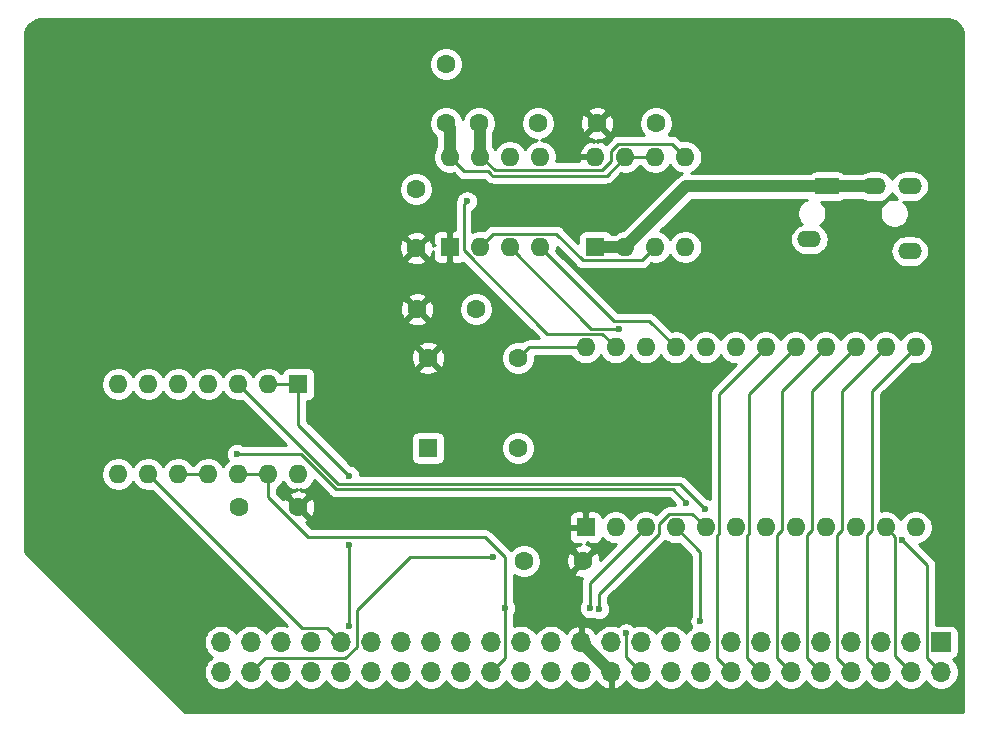
<source format=gbr>
%TF.GenerationSoftware,KiCad,Pcbnew,(5.1.10-1-10_14)*%
%TF.CreationDate,2021-10-31T18:53:11+01:00*%
%TF.ProjectId,opl2_board,6f706c32-5f62-46f6-9172-642e6b696361,rev?*%
%TF.SameCoordinates,Original*%
%TF.FileFunction,Copper,L1,Top*%
%TF.FilePolarity,Positive*%
%FSLAX46Y46*%
G04 Gerber Fmt 4.6, Leading zero omitted, Abs format (unit mm)*
G04 Created by KiCad (PCBNEW (5.1.10-1-10_14)) date 2021-10-31 18:53:11*
%MOMM*%
%LPD*%
G01*
G04 APERTURE LIST*
%TA.AperFunction,ComponentPad*%
%ADD10O,2.000000X1.400000*%
%TD*%
%TA.AperFunction,ComponentPad*%
%ADD11R,2.000000X1.400000*%
%TD*%
%TA.AperFunction,ComponentPad*%
%ADD12C,1.600000*%
%TD*%
%TA.AperFunction,ComponentPad*%
%ADD13R,1.600000X1.600000*%
%TD*%
%TA.AperFunction,ComponentPad*%
%ADD14O,1.600000X1.600000*%
%TD*%
%TA.AperFunction,ComponentPad*%
%ADD15O,1.700000X1.700000*%
%TD*%
%TA.AperFunction,ComponentPad*%
%ADD16R,1.700000X1.700000*%
%TD*%
%TA.AperFunction,ViaPad*%
%ADD17C,0.600000*%
%TD*%
%TA.AperFunction,Conductor*%
%ADD18C,1.000000*%
%TD*%
%TA.AperFunction,Conductor*%
%ADD19C,0.250000*%
%TD*%
%TA.AperFunction,Conductor*%
%ADD20C,0.254000*%
%TD*%
%TA.AperFunction,Conductor*%
%ADD21C,0.100000*%
%TD*%
G04 APERTURE END LIST*
D10*
%TO.P,J2,R2*%
%TO.N,GND*%
X75580000Y45212000D03*
%TO.P,J2,R1*%
%TO.N,Net-(J2-PadR1)*%
X72580000Y45212000D03*
D11*
%TO.P,J2,T*%
X68580000Y45212000D03*
D10*
%TO.P,J2,S*%
%TO.N,GND*%
X67080000Y40712000D03*
%TO.P,J2,*%
%TO.N,*%
X75580000Y39712000D03*
%TD*%
D12*
%TO.P,C7,2*%
%TO.N,+5V*%
X47926000Y13462000D03*
%TO.P,C7,1*%
%TO.N,GND*%
X42926000Y13462000D03*
%TD*%
%TO.P,C6,2*%
%TO.N,+5V*%
X49102000Y50546000D03*
%TO.P,C6,1*%
%TO.N,GND*%
X54102000Y50546000D03*
%TD*%
%TO.P,C5,2*%
%TO.N,GND*%
X36322000Y55546000D03*
%TO.P,C5,1*%
%TO.N,Net-(C5-Pad1)*%
X36322000Y50546000D03*
%TD*%
%TO.P,C4,2*%
%TO.N,GND*%
X44116000Y50546000D03*
%TO.P,C4,1*%
%TO.N,Net-(C4-Pad1)*%
X39116000Y50546000D03*
%TD*%
%TO.P,C3,2*%
%TO.N,+5V*%
X23796000Y18034000D03*
%TO.P,C3,1*%
%TO.N,GND*%
X18796000Y18034000D03*
%TD*%
%TO.P,C2,2*%
%TO.N,+5V*%
X33862000Y34798000D03*
%TO.P,C2,1*%
%TO.N,GND*%
X38862000Y34798000D03*
%TD*%
%TO.P,C1,2*%
%TO.N,+5V*%
X33782000Y39958000D03*
%TO.P,C1,1*%
%TO.N,GND*%
X33782000Y44958000D03*
%TD*%
%TO.P,X1,4*%
%TO.N,GND*%
X42418000Y23050500D03*
%TO.P,X1,5*%
%TO.N,Net-(U2-Pad24)*%
X42418000Y30670500D03*
%TO.P,X1,8*%
%TO.N,+5V*%
X34798000Y30670500D03*
D13*
%TO.P,X1,1*%
%TO.N,Net-(X1-Pad1)*%
X34798000Y23050500D03*
%TD*%
D14*
%TO.P,U4,8*%
%TO.N,+5V*%
X48958500Y47688500D03*
%TO.P,U4,4*%
%TO.N,GND*%
X56578500Y40068500D03*
%TO.P,U4,7*%
%TO.N,Net-(C5-Pad1)*%
X51498500Y47688500D03*
%TO.P,U4,3*%
%TO.N,Net-(U3-Pad2)*%
X54038500Y40068500D03*
%TO.P,U4,6*%
%TO.N,Net-(C5-Pad1)*%
X54038500Y47688500D03*
%TO.P,U4,2*%
%TO.N,Net-(J2-PadR1)*%
X51498500Y40068500D03*
%TO.P,U4,5*%
%TO.N,Net-(C4-Pad1)*%
X56578500Y47688500D03*
D13*
%TO.P,U4,1*%
%TO.N,Net-(J2-PadR1)*%
X48958500Y40068500D03*
%TD*%
D14*
%TO.P,U3,8*%
%TO.N,Net-(C5-Pad1)*%
X36639500Y47688500D03*
%TO.P,U3,4*%
%TO.N,Net-(U2-Pad21)*%
X44259500Y40068500D03*
%TO.P,U3,7*%
%TO.N,Net-(C4-Pad1)*%
X39179500Y47688500D03*
%TO.P,U3,3*%
%TO.N,Net-(U2-Pad20)*%
X41719500Y40068500D03*
%TO.P,U3,6*%
%TO.N,GND*%
X41719500Y47688500D03*
%TO.P,U3,2*%
%TO.N,Net-(U3-Pad2)*%
X39179500Y40068500D03*
%TO.P,U3,5*%
%TO.N,Net-(U2-Pad23)*%
X44259500Y47688500D03*
D13*
%TO.P,U3,1*%
%TO.N,+5V*%
X36639500Y40068500D03*
%TD*%
D14*
%TO.P,U2,24*%
%TO.N,Net-(U2-Pad24)*%
X48133000Y31559500D03*
%TO.P,U2,12*%
%TO.N,GND*%
X76073000Y16319500D03*
%TO.P,U2,23*%
%TO.N,Net-(U2-Pad23)*%
X50673000Y31559500D03*
%TO.P,U2,11*%
%TO.N,D1*%
X73533000Y16319500D03*
%TO.P,U2,22*%
%TO.N,N/C*%
X53213000Y31559500D03*
%TO.P,U2,10*%
%TO.N,D0*%
X70993000Y16319500D03*
%TO.P,U2,21*%
%TO.N,Net-(U2-Pad21)*%
X55753000Y31559500D03*
%TO.P,U2,9*%
%TO.N,N/C*%
X68453000Y16319500D03*
%TO.P,U2,20*%
%TO.N,Net-(U2-Pad20)*%
X58293000Y31559500D03*
%TO.P,U2,8*%
%TO.N,N/C*%
X65913000Y16319500D03*
%TO.P,U2,19*%
X60833000Y31559500D03*
%TO.P,U2,7*%
%TO.N,Net-(U1-Pad8)*%
X63373000Y16319500D03*
%TO.P,U2,18*%
%TO.N,D7*%
X63373000Y31559500D03*
%TO.P,U2,6*%
%TO.N,Net-(U1-Pad3)*%
X60833000Y16319500D03*
%TO.P,U2,17*%
%TO.N,D6*%
X65913000Y31559500D03*
%TO.P,U2,5*%
%TO.N,R~W~*%
X58293000Y16319500D03*
%TO.P,U2,16*%
%TO.N,D5*%
X68453000Y31559500D03*
%TO.P,U2,4*%
%TO.N,A0*%
X55753000Y16319500D03*
%TO.P,U2,15*%
%TO.N,D4*%
X70993000Y31559500D03*
%TO.P,U2,3*%
%TO.N,~RESET~*%
X53213000Y16319500D03*
%TO.P,U2,14*%
%TO.N,D3*%
X73533000Y31559500D03*
%TO.P,U2,2*%
%TO.N,~SLOT_IRQ~*%
X50673000Y16319500D03*
%TO.P,U2,13*%
%TO.N,D2*%
X76073000Y31559500D03*
D13*
%TO.P,U2,1*%
%TO.N,+5V*%
X48133000Y16319500D03*
%TD*%
D14*
%TO.P,U1,14*%
%TO.N,+5V*%
X23812500Y20828000D03*
%TO.P,U1,7*%
%TO.N,GND*%
X8572500Y28448000D03*
%TO.P,U1,13*%
%TO.N,~SLOT_SEL~*%
X21272500Y20828000D03*
%TO.P,U1,6*%
%TO.N,Net-(U1-Pad6)*%
X11112500Y28448000D03*
%TO.P,U1,12*%
%TO.N,~SLOT_SEL~*%
X18732500Y20828000D03*
%TO.P,U1,5*%
%TO.N,GND*%
X13652500Y28448000D03*
%TO.P,U1,11*%
%TO.N,Net-(U1-Pad10)*%
X16192500Y20828000D03*
%TO.P,U1,4*%
%TO.N,GND*%
X16192500Y28448000D03*
%TO.P,U1,10*%
%TO.N,Net-(U1-Pad10)*%
X13652500Y20828000D03*
%TO.P,U1,3*%
%TO.N,Net-(U1-Pad3)*%
X18732500Y28448000D03*
%TO.P,U1,9*%
%TO.N,CLK*%
X11112500Y20828000D03*
%TO.P,U1,2*%
%TO.N,R~W~*%
X21272500Y28448000D03*
%TO.P,U1,8*%
%TO.N,Net-(U1-Pad8)*%
X8572500Y20828000D03*
D13*
%TO.P,U1,1*%
%TO.N,R~W~*%
X23812500Y28448000D03*
%TD*%
D15*
%TO.P,J1,50*%
%TO.N,~NMI~*%
X17272000Y4064000D03*
%TO.P,J1,49*%
%TO.N,~RESET~*%
X17272000Y6604000D03*
%TO.P,J1,48*%
%TO.N,~SLOT_IRQ~*%
X19812000Y4064000D03*
%TO.P,J1,47*%
%TO.N,SYNC*%
X19812000Y6604000D03*
%TO.P,J1,46*%
%TO.N,EX3*%
X22352000Y4064000D03*
%TO.P,J1,45*%
%TO.N,~IRQ~*%
X22352000Y6604000D03*
%TO.P,J1,44*%
%TO.N,EX2*%
X24892000Y4064000D03*
%TO.P,J1,43*%
%TO.N,R~W~*%
X24892000Y6604000D03*
%TO.P,J1,42*%
%TO.N,CLK_12M*%
X27432000Y4064000D03*
%TO.P,J1,41*%
%TO.N,CLK*%
X27432000Y6604000D03*
%TO.P,J1,40*%
%TO.N,LED4*%
X29972000Y4064000D03*
%TO.P,J1,39*%
%TO.N,BE*%
X29972000Y6604000D03*
%TO.P,J1,38*%
%TO.N,LED3*%
X32512000Y4064000D03*
%TO.P,J1,37*%
%TO.N,RDY*%
X32512000Y6604000D03*
%TO.P,J1,36*%
%TO.N,LED2*%
X35052000Y4064000D03*
%TO.P,J1,35*%
%TO.N,A15*%
X35052000Y6604000D03*
%TO.P,J1,34*%
%TO.N,LED1*%
X37592000Y4064000D03*
%TO.P,J1,33*%
%TO.N,A14*%
X37592000Y6604000D03*
%TO.P,J1,32*%
%TO.N,~SLOT_SEL~*%
X40132000Y4064000D03*
%TO.P,J1,31*%
%TO.N,A13*%
X40132000Y6604000D03*
%TO.P,J1,30*%
%TO.N,~INH~*%
X42672000Y4064000D03*
%TO.P,J1,29*%
%TO.N,A12*%
X42672000Y6604000D03*
%TO.P,J1,28*%
%TO.N,~SSEL~*%
X45212000Y4064000D03*
%TO.P,J1,27*%
%TO.N,A11*%
X45212000Y6604000D03*
%TO.P,J1,26*%
%TO.N,GND*%
X47752000Y4064000D03*
%TO.P,J1,25*%
%TO.N,+5V*%
X47752000Y6604000D03*
%TO.P,J1,24*%
X50292000Y4064000D03*
%TO.P,J1,23*%
%TO.N,GND*%
X50292000Y6604000D03*
%TO.P,J1,22*%
%TO.N,~SLOT_SEL~*%
X52832000Y4064000D03*
%TO.P,J1,21*%
%TO.N,A10*%
X52832000Y6604000D03*
%TO.P,J1,20*%
%TO.N,EX1*%
X55372000Y4064000D03*
%TO.P,J1,19*%
%TO.N,A9*%
X55372000Y6604000D03*
%TO.P,J1,18*%
%TO.N,EX0*%
X57912000Y4064000D03*
%TO.P,J1,17*%
%TO.N,A8*%
X57912000Y6604000D03*
%TO.P,J1,16*%
%TO.N,D7*%
X60452000Y4064000D03*
%TO.P,J1,15*%
%TO.N,A7*%
X60452000Y6604000D03*
%TO.P,J1,14*%
%TO.N,D6*%
X62992000Y4064000D03*
%TO.P,J1,13*%
%TO.N,A6*%
X62992000Y6604000D03*
%TO.P,J1,12*%
%TO.N,D5*%
X65532000Y4064000D03*
%TO.P,J1,11*%
%TO.N,A5*%
X65532000Y6604000D03*
%TO.P,J1,10*%
%TO.N,D4*%
X68072000Y4064000D03*
%TO.P,J1,9*%
%TO.N,A4*%
X68072000Y6604000D03*
%TO.P,J1,8*%
%TO.N,D3*%
X70612000Y4064000D03*
%TO.P,J1,7*%
%TO.N,A3*%
X70612000Y6604000D03*
%TO.P,J1,6*%
%TO.N,D2*%
X73152000Y4064000D03*
%TO.P,J1,5*%
%TO.N,A2*%
X73152000Y6604000D03*
%TO.P,J1,4*%
%TO.N,D1*%
X75692000Y4064000D03*
%TO.P,J1,3*%
%TO.N,A1*%
X75692000Y6604000D03*
%TO.P,J1,2*%
%TO.N,D0*%
X78232000Y4064000D03*
D16*
%TO.P,J1,1*%
%TO.N,A0*%
X78232000Y6604000D03*
%TD*%
D17*
%TO.N,D0*%
X74952011Y15239994D03*
%TO.N,A0*%
X57848500Y8382000D03*
%TO.N,~RESET~*%
X48482253Y9497922D03*
%TO.N,~SLOT_IRQ~*%
X40259000Y13843000D03*
%TO.N,R~W~*%
X28130500Y20701000D03*
X28067000Y7947935D03*
X28130500Y14868990D03*
X49276000Y9398000D03*
%TO.N,~SLOT_SEL~*%
X41307001Y9493501D03*
X51562000Y7366000D03*
%TO.N,Net-(U1-Pad3)*%
X58229500Y17907000D03*
%TO.N,Net-(U1-Pad8)*%
X18605500Y22542500D03*
X56642000Y18424990D03*
%TO.N,Net-(U2-Pad23)*%
X38100000Y43942000D03*
%TO.N,Net-(U2-Pad20)*%
X50927000Y33156990D03*
%TD*%
D18*
%TO.N,+5V*%
X50292000Y4064000D02*
X47752000Y6604000D01*
D19*
%TO.N,D7*%
X59418001Y27604501D02*
X63373000Y31559500D01*
X59418001Y15779499D02*
X59418001Y27604501D01*
X59276999Y15638497D02*
X59418001Y15779499D01*
X59276999Y5239001D02*
X59276999Y15638497D01*
X60452000Y4064000D02*
X59276999Y5239001D01*
%TO.N,D6*%
X61958001Y27604501D02*
X65913000Y31559500D01*
X61958001Y15779499D02*
X61958001Y27604501D01*
X61816999Y15638497D02*
X61958001Y15779499D01*
X61816999Y5239001D02*
X61816999Y15638497D01*
X62992000Y4064000D02*
X61816999Y5239001D01*
%TO.N,D5*%
X64787999Y16069497D02*
X64787999Y27894499D01*
X64356999Y15638497D02*
X64787999Y16069497D01*
X64787999Y27894499D02*
X68453000Y31559500D01*
X64356999Y5239001D02*
X64356999Y15638497D01*
X65532000Y4064000D02*
X64356999Y5239001D01*
%TO.N,D4*%
X67327999Y27894499D02*
X70993000Y31559500D01*
X67327999Y16069497D02*
X67327999Y27894499D01*
X66896999Y5239001D02*
X66896999Y15638497D01*
X66896999Y15638497D02*
X67327999Y16069497D01*
X68072000Y4064000D02*
X66896999Y5239001D01*
%TO.N,D3*%
X69867999Y16069497D02*
X69867999Y27894499D01*
X69436999Y5239001D02*
X69436999Y15638497D01*
X69867999Y27894499D02*
X73533000Y31559500D01*
X69436999Y15638497D02*
X69867999Y16069497D01*
X70612000Y4064000D02*
X69436999Y5239001D01*
%TO.N,D2*%
X72407999Y16069497D02*
X72407999Y27894499D01*
X71976999Y15638497D02*
X72407999Y16069497D01*
X72407999Y27894499D02*
X76073000Y31559500D01*
X71976999Y5239001D02*
X71976999Y15638497D01*
X73152000Y4064000D02*
X71976999Y5239001D01*
%TO.N,D1*%
X74327001Y15525499D02*
X73533000Y16319500D01*
X74327001Y5428999D02*
X74327001Y15525499D01*
X75692000Y4064000D02*
X74327001Y5428999D01*
%TO.N,D0*%
X77056999Y13135006D02*
X74952011Y15239994D01*
X78232000Y4064000D02*
X77056999Y5239001D01*
X77056999Y5239001D02*
X77056999Y13135006D01*
%TO.N,A0*%
X57848500Y14224000D02*
X55753000Y16319500D01*
X57848500Y8382000D02*
X57848500Y14224000D01*
%TO.N,CLK*%
X26256999Y7779001D02*
X24161499Y7779001D01*
X24161499Y7779001D02*
X11112500Y20828000D01*
X27432000Y6604000D02*
X26256999Y7779001D01*
%TO.N,~RESET~*%
X48482253Y11588753D02*
X48482253Y9497922D01*
X53213000Y16319500D02*
X48482253Y11588753D01*
%TO.N,~SLOT_IRQ~*%
X28796999Y6229997D02*
X28796999Y9365999D01*
X20987001Y5239001D02*
X27806003Y5239001D01*
X19812000Y4064000D02*
X20987001Y5239001D01*
X27806003Y5239001D02*
X28796999Y6229997D01*
X28796999Y9365999D02*
X33274000Y13843000D01*
X33274000Y13843000D02*
X40259000Y13843000D01*
X40259000Y13843000D02*
X40259000Y13843000D01*
%TO.N,R~W~*%
X23812500Y28448000D02*
X21272500Y28448000D01*
X23812500Y28448000D02*
X23812500Y25019000D01*
X23812500Y25019000D02*
X28130500Y20701000D01*
X28130500Y20701000D02*
X28130500Y20701000D01*
X28067000Y14805490D02*
X28130500Y14868990D01*
X28067000Y7947935D02*
X28067000Y14805490D01*
X54338001Y16569503D02*
X54338001Y15773265D01*
X55212999Y17444501D02*
X54338001Y16569503D01*
X49276000Y10711264D02*
X49276000Y9398000D01*
X57167999Y17444501D02*
X55212999Y17444501D01*
X54338001Y15773265D02*
X49276000Y10711264D01*
X58293000Y16319500D02*
X57167999Y17444501D01*
%TO.N,~SLOT_SEL~*%
X21272500Y20828000D02*
X18732500Y20828000D01*
X41307001Y5239001D02*
X41307001Y9493501D01*
X40132000Y4064000D02*
X41307001Y5239001D01*
X51562000Y5334000D02*
X51562000Y7366000D01*
X52832000Y4064000D02*
X51562000Y5334000D01*
X24638000Y15494000D02*
X21272500Y18859500D01*
X39612370Y15494000D02*
X24638000Y15494000D01*
X41307001Y13799369D02*
X39612370Y15494000D01*
X21272500Y18859500D02*
X21272500Y20828000D01*
X41307001Y9493501D02*
X41307001Y13799369D01*
D18*
%TO.N,Net-(C4-Pad1)*%
X39179500Y50201500D02*
X38835000Y50546000D01*
X39179500Y47688500D02*
X39179500Y50201500D01*
D19*
X40432911Y46563499D02*
X39307910Y47688500D01*
X49498501Y46563499D02*
X40432911Y46563499D01*
X50292000Y47356998D02*
X49498501Y46563499D01*
X50902000Y48813501D02*
X50292000Y48203501D01*
X39307910Y47688500D02*
X39179500Y47688500D01*
X56578500Y47688500D02*
X55453499Y48813501D01*
X50292000Y48203501D02*
X50292000Y47356998D01*
X55453499Y48813501D02*
X50902000Y48813501D01*
D18*
%TO.N,Net-(C5-Pad1)*%
X36639500Y50138000D02*
X36322000Y50455500D01*
X36639500Y47688500D02*
X36639500Y50138000D01*
D19*
X54038500Y47688500D02*
X51498500Y47688500D01*
X39878000Y46482000D02*
X37846000Y46482000D01*
X37846000Y46482000D02*
X36639500Y47688500D01*
X49923488Y46113488D02*
X40246512Y46113488D01*
X40246512Y46113488D02*
X40132000Y46228000D01*
X51498500Y47688500D02*
X49923488Y46113488D01*
X40132000Y46228000D02*
X39878000Y46482000D01*
%TO.N,Net-(U1-Pad10)*%
X13652500Y20828000D02*
X16192500Y20828000D01*
%TO.N,Net-(U1-Pad3)*%
X56128489Y20008011D02*
X58229500Y17907000D01*
X18732500Y28448000D02*
X27172489Y20008011D01*
X27172489Y20008011D02*
X56128489Y20008011D01*
%TO.N,Net-(U1-Pad8)*%
X55508990Y19558000D02*
X56642000Y18424990D01*
X18605500Y22542500D02*
X24001590Y22542500D01*
X26986090Y19558000D02*
X55508990Y19558000D01*
X24001590Y22542500D02*
X26986090Y19558000D01*
%TO.N,Net-(U2-Pad24)*%
X43307000Y31559500D02*
X42418000Y30670500D01*
X48133000Y31559500D02*
X43307000Y31559500D01*
%TO.N,Net-(U2-Pad23)*%
X49547999Y32684501D02*
X50673000Y31559500D01*
X37800001Y39782997D02*
X44898497Y32684501D01*
X37800001Y43642001D02*
X37800001Y39782997D01*
X44898497Y32684501D02*
X49547999Y32684501D01*
X38100000Y43942000D02*
X37800001Y43642001D01*
%TO.N,Net-(U2-Pad21)*%
X53530500Y33782000D02*
X55753000Y31559500D01*
X51054000Y33782000D02*
X53530500Y33782000D01*
X50546000Y33782000D02*
X51054000Y33782000D01*
X44259500Y40068500D02*
X50546000Y33782000D01*
%TO.N,Net-(U2-Pad20)*%
X48631010Y33156990D02*
X50927000Y33156990D01*
X41719500Y40068500D02*
X48631010Y33156990D01*
%TO.N,Net-(U3-Pad2)*%
X54038500Y40068500D02*
X52913499Y38943499D01*
X40304501Y41193501D02*
X39179500Y40068500D01*
X45648497Y41193501D02*
X45420499Y41193501D01*
X47898499Y38943499D02*
X45648497Y41193501D01*
X52913499Y38943499D02*
X47898499Y38943499D01*
X45420499Y41193501D02*
X40304501Y41193501D01*
D18*
%TO.N,Net-(J2-PadR1)*%
X51498500Y40068500D02*
X48958500Y40068500D01*
X56642000Y45212000D02*
X72580000Y45212000D01*
X51498500Y40068500D02*
X56642000Y45212000D01*
%TD*%
D20*
%TO.N,+5V*%
X2125353Y59386000D02*
X78646647Y59386000D01*
X78740956Y59395289D01*
X78903542Y59379347D01*
X79183018Y59294969D01*
X79440780Y59157915D01*
X79667015Y58973401D01*
X79853103Y58748460D01*
X79991956Y58491658D01*
X80078282Y58212781D01*
X80096365Y58040731D01*
X80087000Y57945646D01*
X80087001Y685000D01*
X14218381Y685000D01*
X685000Y14218380D01*
X685000Y28589335D01*
X7137500Y28589335D01*
X7137500Y28306665D01*
X7192647Y28029426D01*
X7300820Y27768273D01*
X7457863Y27533241D01*
X7657741Y27333363D01*
X7892773Y27176320D01*
X8153926Y27068147D01*
X8431165Y27013000D01*
X8713835Y27013000D01*
X8991074Y27068147D01*
X9252227Y27176320D01*
X9487259Y27333363D01*
X9687137Y27533241D01*
X9842500Y27765759D01*
X9997863Y27533241D01*
X10197741Y27333363D01*
X10432773Y27176320D01*
X10693926Y27068147D01*
X10971165Y27013000D01*
X11253835Y27013000D01*
X11531074Y27068147D01*
X11792227Y27176320D01*
X12027259Y27333363D01*
X12227137Y27533241D01*
X12382500Y27765759D01*
X12537863Y27533241D01*
X12737741Y27333363D01*
X12972773Y27176320D01*
X13233926Y27068147D01*
X13511165Y27013000D01*
X13793835Y27013000D01*
X14071074Y27068147D01*
X14332227Y27176320D01*
X14567259Y27333363D01*
X14767137Y27533241D01*
X14922500Y27765759D01*
X15077863Y27533241D01*
X15277741Y27333363D01*
X15512773Y27176320D01*
X15773926Y27068147D01*
X16051165Y27013000D01*
X16333835Y27013000D01*
X16611074Y27068147D01*
X16872227Y27176320D01*
X17107259Y27333363D01*
X17307137Y27533241D01*
X17462500Y27765759D01*
X17617863Y27533241D01*
X17817741Y27333363D01*
X18052773Y27176320D01*
X18313926Y27068147D01*
X18591165Y27013000D01*
X18873835Y27013000D01*
X19056387Y27049312D01*
X22803198Y23302500D01*
X19151035Y23302500D01*
X19048389Y23371086D01*
X18878229Y23441568D01*
X18697589Y23477500D01*
X18513411Y23477500D01*
X18332771Y23441568D01*
X18162611Y23371086D01*
X18009472Y23268762D01*
X17879238Y23138528D01*
X17776914Y22985389D01*
X17706432Y22815229D01*
X17670500Y22634589D01*
X17670500Y22450411D01*
X17706432Y22269771D01*
X17776914Y22099611D01*
X17862028Y21972229D01*
X17817741Y21942637D01*
X17617863Y21742759D01*
X17462500Y21510241D01*
X17307137Y21742759D01*
X17107259Y21942637D01*
X16872227Y22099680D01*
X16611074Y22207853D01*
X16333835Y22263000D01*
X16051165Y22263000D01*
X15773926Y22207853D01*
X15512773Y22099680D01*
X15277741Y21942637D01*
X15077863Y21742759D01*
X14974457Y21588000D01*
X14870543Y21588000D01*
X14767137Y21742759D01*
X14567259Y21942637D01*
X14332227Y22099680D01*
X14071074Y22207853D01*
X13793835Y22263000D01*
X13511165Y22263000D01*
X13233926Y22207853D01*
X12972773Y22099680D01*
X12737741Y21942637D01*
X12537863Y21742759D01*
X12382500Y21510241D01*
X12227137Y21742759D01*
X12027259Y21942637D01*
X11792227Y22099680D01*
X11531074Y22207853D01*
X11253835Y22263000D01*
X10971165Y22263000D01*
X10693926Y22207853D01*
X10432773Y22099680D01*
X10197741Y21942637D01*
X9997863Y21742759D01*
X9842500Y21510241D01*
X9687137Y21742759D01*
X9487259Y21942637D01*
X9252227Y22099680D01*
X8991074Y22207853D01*
X8713835Y22263000D01*
X8431165Y22263000D01*
X8153926Y22207853D01*
X7892773Y22099680D01*
X7657741Y21942637D01*
X7457863Y21742759D01*
X7300820Y21507727D01*
X7192647Y21246574D01*
X7137500Y20969335D01*
X7137500Y20686665D01*
X7192647Y20409426D01*
X7300820Y20148273D01*
X7457863Y19913241D01*
X7657741Y19713363D01*
X7892773Y19556320D01*
X8153926Y19448147D01*
X8431165Y19393000D01*
X8713835Y19393000D01*
X8991074Y19448147D01*
X9252227Y19556320D01*
X9487259Y19713363D01*
X9687137Y19913241D01*
X9842500Y20145759D01*
X9997863Y19913241D01*
X10197741Y19713363D01*
X10432773Y19556320D01*
X10693926Y19448147D01*
X10971165Y19393000D01*
X11253835Y19393000D01*
X11436387Y19429312D01*
X22868137Y7997561D01*
X22785158Y8031932D01*
X22498260Y8089000D01*
X22205740Y8089000D01*
X21918842Y8031932D01*
X21648589Y7919990D01*
X21405368Y7757475D01*
X21198525Y7550632D01*
X21082000Y7376240D01*
X20965475Y7550632D01*
X20758632Y7757475D01*
X20515411Y7919990D01*
X20245158Y8031932D01*
X19958260Y8089000D01*
X19665740Y8089000D01*
X19378842Y8031932D01*
X19108589Y7919990D01*
X18865368Y7757475D01*
X18658525Y7550632D01*
X18542000Y7376240D01*
X18425475Y7550632D01*
X18218632Y7757475D01*
X17975411Y7919990D01*
X17705158Y8031932D01*
X17418260Y8089000D01*
X17125740Y8089000D01*
X16838842Y8031932D01*
X16568589Y7919990D01*
X16325368Y7757475D01*
X16118525Y7550632D01*
X15956010Y7307411D01*
X15844068Y7037158D01*
X15787000Y6750260D01*
X15787000Y6457740D01*
X15844068Y6170842D01*
X15956010Y5900589D01*
X16118525Y5657368D01*
X16325368Y5450525D01*
X16499760Y5334000D01*
X16325368Y5217475D01*
X16118525Y5010632D01*
X15956010Y4767411D01*
X15844068Y4497158D01*
X15787000Y4210260D01*
X15787000Y3917740D01*
X15844068Y3630842D01*
X15956010Y3360589D01*
X16118525Y3117368D01*
X16325368Y2910525D01*
X16568589Y2748010D01*
X16838842Y2636068D01*
X17125740Y2579000D01*
X17418260Y2579000D01*
X17705158Y2636068D01*
X17975411Y2748010D01*
X18218632Y2910525D01*
X18425475Y3117368D01*
X18542000Y3291760D01*
X18658525Y3117368D01*
X18865368Y2910525D01*
X19108589Y2748010D01*
X19378842Y2636068D01*
X19665740Y2579000D01*
X19958260Y2579000D01*
X20245158Y2636068D01*
X20515411Y2748010D01*
X20758632Y2910525D01*
X20965475Y3117368D01*
X21082000Y3291760D01*
X21198525Y3117368D01*
X21405368Y2910525D01*
X21648589Y2748010D01*
X21918842Y2636068D01*
X22205740Y2579000D01*
X22498260Y2579000D01*
X22785158Y2636068D01*
X23055411Y2748010D01*
X23298632Y2910525D01*
X23505475Y3117368D01*
X23622000Y3291760D01*
X23738525Y3117368D01*
X23945368Y2910525D01*
X24188589Y2748010D01*
X24458842Y2636068D01*
X24745740Y2579000D01*
X25038260Y2579000D01*
X25325158Y2636068D01*
X25595411Y2748010D01*
X25838632Y2910525D01*
X26045475Y3117368D01*
X26162000Y3291760D01*
X26278525Y3117368D01*
X26485368Y2910525D01*
X26728589Y2748010D01*
X26998842Y2636068D01*
X27285740Y2579000D01*
X27578260Y2579000D01*
X27865158Y2636068D01*
X28135411Y2748010D01*
X28378632Y2910525D01*
X28585475Y3117368D01*
X28702000Y3291760D01*
X28818525Y3117368D01*
X29025368Y2910525D01*
X29268589Y2748010D01*
X29538842Y2636068D01*
X29825740Y2579000D01*
X30118260Y2579000D01*
X30405158Y2636068D01*
X30675411Y2748010D01*
X30918632Y2910525D01*
X31125475Y3117368D01*
X31242000Y3291760D01*
X31358525Y3117368D01*
X31565368Y2910525D01*
X31808589Y2748010D01*
X32078842Y2636068D01*
X32365740Y2579000D01*
X32658260Y2579000D01*
X32945158Y2636068D01*
X33215411Y2748010D01*
X33458632Y2910525D01*
X33665475Y3117368D01*
X33782000Y3291760D01*
X33898525Y3117368D01*
X34105368Y2910525D01*
X34348589Y2748010D01*
X34618842Y2636068D01*
X34905740Y2579000D01*
X35198260Y2579000D01*
X35485158Y2636068D01*
X35755411Y2748010D01*
X35998632Y2910525D01*
X36205475Y3117368D01*
X36322000Y3291760D01*
X36438525Y3117368D01*
X36645368Y2910525D01*
X36888589Y2748010D01*
X37158842Y2636068D01*
X37445740Y2579000D01*
X37738260Y2579000D01*
X38025158Y2636068D01*
X38295411Y2748010D01*
X38538632Y2910525D01*
X38745475Y3117368D01*
X38862000Y3291760D01*
X38978525Y3117368D01*
X39185368Y2910525D01*
X39428589Y2748010D01*
X39698842Y2636068D01*
X39985740Y2579000D01*
X40278260Y2579000D01*
X40565158Y2636068D01*
X40835411Y2748010D01*
X41078632Y2910525D01*
X41285475Y3117368D01*
X41402000Y3291760D01*
X41518525Y3117368D01*
X41725368Y2910525D01*
X41968589Y2748010D01*
X42238842Y2636068D01*
X42525740Y2579000D01*
X42818260Y2579000D01*
X43105158Y2636068D01*
X43375411Y2748010D01*
X43618632Y2910525D01*
X43825475Y3117368D01*
X43942000Y3291760D01*
X44058525Y3117368D01*
X44265368Y2910525D01*
X44508589Y2748010D01*
X44778842Y2636068D01*
X45065740Y2579000D01*
X45358260Y2579000D01*
X45645158Y2636068D01*
X45915411Y2748010D01*
X46158632Y2910525D01*
X46365475Y3117368D01*
X46482000Y3291760D01*
X46598525Y3117368D01*
X46805368Y2910525D01*
X47048589Y2748010D01*
X47318842Y2636068D01*
X47605740Y2579000D01*
X47898260Y2579000D01*
X48185158Y2636068D01*
X48455411Y2748010D01*
X48698632Y2910525D01*
X48905475Y3117368D01*
X49027195Y3299534D01*
X49096822Y3182645D01*
X49291731Y2966412D01*
X49525080Y2792359D01*
X49787901Y2667175D01*
X49935110Y2622524D01*
X50165000Y2743845D01*
X50165000Y3937000D01*
X50145000Y3937000D01*
X50145000Y4191000D01*
X50165000Y4191000D01*
X50165000Y4211000D01*
X50419000Y4211000D01*
X50419000Y4191000D01*
X50439000Y4191000D01*
X50439000Y3937000D01*
X50419000Y3937000D01*
X50419000Y2743845D01*
X50648890Y2622524D01*
X50796099Y2667175D01*
X51058920Y2792359D01*
X51292269Y2966412D01*
X51487178Y3182645D01*
X51556805Y3299534D01*
X51678525Y3117368D01*
X51885368Y2910525D01*
X52128589Y2748010D01*
X52398842Y2636068D01*
X52685740Y2579000D01*
X52978260Y2579000D01*
X53265158Y2636068D01*
X53535411Y2748010D01*
X53778632Y2910525D01*
X53985475Y3117368D01*
X54102000Y3291760D01*
X54218525Y3117368D01*
X54425368Y2910525D01*
X54668589Y2748010D01*
X54938842Y2636068D01*
X55225740Y2579000D01*
X55518260Y2579000D01*
X55805158Y2636068D01*
X56075411Y2748010D01*
X56318632Y2910525D01*
X56525475Y3117368D01*
X56642000Y3291760D01*
X56758525Y3117368D01*
X56965368Y2910525D01*
X57208589Y2748010D01*
X57478842Y2636068D01*
X57765740Y2579000D01*
X58058260Y2579000D01*
X58345158Y2636068D01*
X58615411Y2748010D01*
X58858632Y2910525D01*
X59065475Y3117368D01*
X59182000Y3291760D01*
X59298525Y3117368D01*
X59505368Y2910525D01*
X59748589Y2748010D01*
X60018842Y2636068D01*
X60305740Y2579000D01*
X60598260Y2579000D01*
X60885158Y2636068D01*
X61155411Y2748010D01*
X61398632Y2910525D01*
X61605475Y3117368D01*
X61722000Y3291760D01*
X61838525Y3117368D01*
X62045368Y2910525D01*
X62288589Y2748010D01*
X62558842Y2636068D01*
X62845740Y2579000D01*
X63138260Y2579000D01*
X63425158Y2636068D01*
X63695411Y2748010D01*
X63938632Y2910525D01*
X64145475Y3117368D01*
X64262000Y3291760D01*
X64378525Y3117368D01*
X64585368Y2910525D01*
X64828589Y2748010D01*
X65098842Y2636068D01*
X65385740Y2579000D01*
X65678260Y2579000D01*
X65965158Y2636068D01*
X66235411Y2748010D01*
X66478632Y2910525D01*
X66685475Y3117368D01*
X66802000Y3291760D01*
X66918525Y3117368D01*
X67125368Y2910525D01*
X67368589Y2748010D01*
X67638842Y2636068D01*
X67925740Y2579000D01*
X68218260Y2579000D01*
X68505158Y2636068D01*
X68775411Y2748010D01*
X69018632Y2910525D01*
X69225475Y3117368D01*
X69342000Y3291760D01*
X69458525Y3117368D01*
X69665368Y2910525D01*
X69908589Y2748010D01*
X70178842Y2636068D01*
X70465740Y2579000D01*
X70758260Y2579000D01*
X71045158Y2636068D01*
X71315411Y2748010D01*
X71558632Y2910525D01*
X71765475Y3117368D01*
X71882000Y3291760D01*
X71998525Y3117368D01*
X72205368Y2910525D01*
X72448589Y2748010D01*
X72718842Y2636068D01*
X73005740Y2579000D01*
X73298260Y2579000D01*
X73585158Y2636068D01*
X73855411Y2748010D01*
X74098632Y2910525D01*
X74305475Y3117368D01*
X74422000Y3291760D01*
X74538525Y3117368D01*
X74745368Y2910525D01*
X74988589Y2748010D01*
X75258842Y2636068D01*
X75545740Y2579000D01*
X75838260Y2579000D01*
X76125158Y2636068D01*
X76395411Y2748010D01*
X76638632Y2910525D01*
X76845475Y3117368D01*
X76962000Y3291760D01*
X77078525Y3117368D01*
X77285368Y2910525D01*
X77528589Y2748010D01*
X77798842Y2636068D01*
X78085740Y2579000D01*
X78378260Y2579000D01*
X78665158Y2636068D01*
X78935411Y2748010D01*
X79178632Y2910525D01*
X79385475Y3117368D01*
X79547990Y3360589D01*
X79659932Y3630842D01*
X79717000Y3917740D01*
X79717000Y4210260D01*
X79659932Y4497158D01*
X79547990Y4767411D01*
X79385475Y5010632D01*
X79253620Y5142487D01*
X79326180Y5164498D01*
X79436494Y5223463D01*
X79533185Y5302815D01*
X79612537Y5399506D01*
X79671502Y5509820D01*
X79707812Y5629518D01*
X79720072Y5754000D01*
X79720072Y7454000D01*
X79707812Y7578482D01*
X79671502Y7698180D01*
X79612537Y7808494D01*
X79533185Y7905185D01*
X79436494Y7984537D01*
X79326180Y8043502D01*
X79206482Y8079812D01*
X79082000Y8092072D01*
X77816999Y8092072D01*
X77816999Y13097673D01*
X77820676Y13135006D01*
X77806002Y13283992D01*
X77762545Y13427253D01*
X77691973Y13559282D01*
X77620798Y13646009D01*
X77597000Y13675007D01*
X77568002Y13698805D01*
X76354438Y14912369D01*
X76491574Y14939647D01*
X76752727Y15047820D01*
X76987759Y15204863D01*
X77187637Y15404741D01*
X77344680Y15639773D01*
X77452853Y15900926D01*
X77508000Y16178165D01*
X77508000Y16460835D01*
X77452853Y16738074D01*
X77344680Y16999227D01*
X77187637Y17234259D01*
X76987759Y17434137D01*
X76752727Y17591180D01*
X76491574Y17699353D01*
X76214335Y17754500D01*
X75931665Y17754500D01*
X75654426Y17699353D01*
X75393273Y17591180D01*
X75158241Y17434137D01*
X74958363Y17234259D01*
X74803000Y17001741D01*
X74647637Y17234259D01*
X74447759Y17434137D01*
X74212727Y17591180D01*
X73951574Y17699353D01*
X73674335Y17754500D01*
X73391665Y17754500D01*
X73167999Y17710009D01*
X73167999Y27579698D01*
X75749114Y30160812D01*
X75931665Y30124500D01*
X76214335Y30124500D01*
X76491574Y30179647D01*
X76752727Y30287820D01*
X76987759Y30444863D01*
X77187637Y30644741D01*
X77344680Y30879773D01*
X77452853Y31140926D01*
X77508000Y31418165D01*
X77508000Y31700835D01*
X77452853Y31978074D01*
X77344680Y32239227D01*
X77187637Y32474259D01*
X76987759Y32674137D01*
X76752727Y32831180D01*
X76491574Y32939353D01*
X76214335Y32994500D01*
X75931665Y32994500D01*
X75654426Y32939353D01*
X75393273Y32831180D01*
X75158241Y32674137D01*
X74958363Y32474259D01*
X74803000Y32241741D01*
X74647637Y32474259D01*
X74447759Y32674137D01*
X74212727Y32831180D01*
X73951574Y32939353D01*
X73674335Y32994500D01*
X73391665Y32994500D01*
X73114426Y32939353D01*
X72853273Y32831180D01*
X72618241Y32674137D01*
X72418363Y32474259D01*
X72263000Y32241741D01*
X72107637Y32474259D01*
X71907759Y32674137D01*
X71672727Y32831180D01*
X71411574Y32939353D01*
X71134335Y32994500D01*
X70851665Y32994500D01*
X70574426Y32939353D01*
X70313273Y32831180D01*
X70078241Y32674137D01*
X69878363Y32474259D01*
X69723000Y32241741D01*
X69567637Y32474259D01*
X69367759Y32674137D01*
X69132727Y32831180D01*
X68871574Y32939353D01*
X68594335Y32994500D01*
X68311665Y32994500D01*
X68034426Y32939353D01*
X67773273Y32831180D01*
X67538241Y32674137D01*
X67338363Y32474259D01*
X67183000Y32241741D01*
X67027637Y32474259D01*
X66827759Y32674137D01*
X66592727Y32831180D01*
X66331574Y32939353D01*
X66054335Y32994500D01*
X65771665Y32994500D01*
X65494426Y32939353D01*
X65233273Y32831180D01*
X64998241Y32674137D01*
X64798363Y32474259D01*
X64643000Y32241741D01*
X64487637Y32474259D01*
X64287759Y32674137D01*
X64052727Y32831180D01*
X63791574Y32939353D01*
X63514335Y32994500D01*
X63231665Y32994500D01*
X62954426Y32939353D01*
X62693273Y32831180D01*
X62458241Y32674137D01*
X62258363Y32474259D01*
X62103000Y32241741D01*
X61947637Y32474259D01*
X61747759Y32674137D01*
X61512727Y32831180D01*
X61251574Y32939353D01*
X60974335Y32994500D01*
X60691665Y32994500D01*
X60414426Y32939353D01*
X60153273Y32831180D01*
X59918241Y32674137D01*
X59718363Y32474259D01*
X59563000Y32241741D01*
X59407637Y32474259D01*
X59207759Y32674137D01*
X58972727Y32831180D01*
X58711574Y32939353D01*
X58434335Y32994500D01*
X58151665Y32994500D01*
X57874426Y32939353D01*
X57613273Y32831180D01*
X57378241Y32674137D01*
X57178363Y32474259D01*
X57023000Y32241741D01*
X56867637Y32474259D01*
X56667759Y32674137D01*
X56432727Y32831180D01*
X56171574Y32939353D01*
X55894335Y32994500D01*
X55611665Y32994500D01*
X55429114Y32958188D01*
X54094304Y34292997D01*
X54070501Y34322001D01*
X53954776Y34416974D01*
X53822747Y34487546D01*
X53679486Y34531003D01*
X53567833Y34542000D01*
X53567822Y34542000D01*
X53530500Y34545676D01*
X53493178Y34542000D01*
X50860802Y34542000D01*
X45658188Y39744613D01*
X45694500Y39927165D01*
X45694500Y40072697D01*
X47334700Y38432496D01*
X47358498Y38403498D01*
X47474223Y38308525D01*
X47606252Y38237953D01*
X47749513Y38194496D01*
X47861166Y38183499D01*
X47861175Y38183499D01*
X47898498Y38179823D01*
X47935821Y38183499D01*
X52876177Y38183499D01*
X52913499Y38179823D01*
X52950821Y38183499D01*
X52950832Y38183499D01*
X53062485Y38194496D01*
X53205746Y38237953D01*
X53337775Y38308525D01*
X53453500Y38403498D01*
X53477303Y38432501D01*
X53714613Y38669812D01*
X53897165Y38633500D01*
X54179835Y38633500D01*
X54457074Y38688647D01*
X54718227Y38796820D01*
X54953259Y38953863D01*
X55153137Y39153741D01*
X55308500Y39386259D01*
X55463863Y39153741D01*
X55663741Y38953863D01*
X55898773Y38796820D01*
X56159926Y38688647D01*
X56437165Y38633500D01*
X56719835Y38633500D01*
X56997074Y38688647D01*
X57258227Y38796820D01*
X57493259Y38953863D01*
X57693137Y39153741D01*
X57850180Y39388773D01*
X57958353Y39649926D01*
X58013500Y39927165D01*
X58013500Y40209835D01*
X57958353Y40487074D01*
X57850180Y40748227D01*
X57693137Y40983259D01*
X57493259Y41183137D01*
X57258227Y41340180D01*
X56997074Y41448353D01*
X56719835Y41503500D01*
X56437165Y41503500D01*
X56159926Y41448353D01*
X55898773Y41340180D01*
X55663741Y41183137D01*
X55463863Y40983259D01*
X55308500Y40750741D01*
X55153137Y40983259D01*
X54953259Y41183137D01*
X54718227Y41340180D01*
X54475749Y41440618D01*
X57112132Y44077000D01*
X66865348Y44077000D01*
X66695008Y44006443D01*
X66492733Y43871287D01*
X66320713Y43699267D01*
X66185557Y43496992D01*
X66092460Y43272236D01*
X66045000Y43033637D01*
X66045000Y42790363D01*
X66092460Y42551764D01*
X66185557Y42327008D01*
X66320713Y42124733D01*
X66441161Y42004285D01*
X66266646Y41951347D01*
X66034725Y41827382D01*
X65831445Y41660555D01*
X65664618Y41457275D01*
X65540653Y41225354D01*
X65464317Y40973706D01*
X65438541Y40712000D01*
X65464317Y40450294D01*
X65540653Y40198646D01*
X65664618Y39966725D01*
X65831445Y39763445D01*
X66034725Y39596618D01*
X66266646Y39472653D01*
X66518294Y39396317D01*
X66714421Y39377000D01*
X67445579Y39377000D01*
X67641706Y39396317D01*
X67893354Y39472653D01*
X68125275Y39596618D01*
X68265868Y39712000D01*
X73938541Y39712000D01*
X73964317Y39450294D01*
X74040653Y39198646D01*
X74164618Y38966725D01*
X74331445Y38763445D01*
X74534725Y38596618D01*
X74766646Y38472653D01*
X75018294Y38396317D01*
X75214421Y38377000D01*
X75945579Y38377000D01*
X76141706Y38396317D01*
X76393354Y38472653D01*
X76625275Y38596618D01*
X76828555Y38763445D01*
X76995382Y38966725D01*
X77119347Y39198646D01*
X77195683Y39450294D01*
X77221459Y39712000D01*
X77195683Y39973706D01*
X77119347Y40225354D01*
X76995382Y40457275D01*
X76828555Y40660555D01*
X76625275Y40827382D01*
X76393354Y40951347D01*
X76141706Y41027683D01*
X75945579Y41047000D01*
X75214421Y41047000D01*
X75018294Y41027683D01*
X74766646Y40951347D01*
X74534725Y40827382D01*
X74331445Y40660555D01*
X74164618Y40457275D01*
X74040653Y40225354D01*
X73964317Y39973706D01*
X73938541Y39712000D01*
X68265868Y39712000D01*
X68328555Y39763445D01*
X68495382Y39966725D01*
X68619347Y40198646D01*
X68695683Y40450294D01*
X68721459Y40712000D01*
X68695683Y40973706D01*
X68619347Y41225354D01*
X68495382Y41457275D01*
X68328555Y41660555D01*
X68125275Y41827382D01*
X67988839Y41900309D01*
X68067267Y41952713D01*
X68239287Y42124733D01*
X68374443Y42327008D01*
X68467540Y42551764D01*
X68515000Y42790363D01*
X68515000Y43033637D01*
X68467540Y43272236D01*
X68374443Y43496992D01*
X68239287Y43699267D01*
X68067267Y43871287D01*
X68063314Y43873928D01*
X69580000Y43873928D01*
X69704482Y43886188D01*
X69824180Y43922498D01*
X69934494Y43981463D01*
X70031185Y44060815D01*
X70044468Y44077000D01*
X71571428Y44077000D01*
X71766646Y43972653D01*
X72018294Y43896317D01*
X72214421Y43877000D01*
X72945579Y43877000D01*
X73141706Y43896317D01*
X73393354Y43972653D01*
X73625275Y44096618D01*
X73828555Y44263445D01*
X73995382Y44466725D01*
X74080000Y44625033D01*
X74164618Y44466725D01*
X74331445Y44263445D01*
X74496271Y44128176D01*
X74401637Y44147000D01*
X74158363Y44147000D01*
X73919764Y44099540D01*
X73695008Y44006443D01*
X73492733Y43871287D01*
X73320713Y43699267D01*
X73185557Y43496992D01*
X73092460Y43272236D01*
X73045000Y43033637D01*
X73045000Y42790363D01*
X73092460Y42551764D01*
X73185557Y42327008D01*
X73320713Y42124733D01*
X73492733Y41952713D01*
X73695008Y41817557D01*
X73919764Y41724460D01*
X74158363Y41677000D01*
X74401637Y41677000D01*
X74640236Y41724460D01*
X74864992Y41817557D01*
X75067267Y41952713D01*
X75239287Y42124733D01*
X75374443Y42327008D01*
X75467540Y42551764D01*
X75515000Y42790363D01*
X75515000Y43033637D01*
X75467540Y43272236D01*
X75374443Y43496992D01*
X75239287Y43699267D01*
X75067267Y43871287D01*
X75031797Y43894987D01*
X75214421Y43877000D01*
X75945579Y43877000D01*
X76141706Y43896317D01*
X76393354Y43972653D01*
X76625275Y44096618D01*
X76828555Y44263445D01*
X76995382Y44466725D01*
X77119347Y44698646D01*
X77195683Y44950294D01*
X77221459Y45212000D01*
X77195683Y45473706D01*
X77119347Y45725354D01*
X76995382Y45957275D01*
X76828555Y46160555D01*
X76625275Y46327382D01*
X76393354Y46451347D01*
X76141706Y46527683D01*
X75945579Y46547000D01*
X75214421Y46547000D01*
X75018294Y46527683D01*
X74766646Y46451347D01*
X74534725Y46327382D01*
X74331445Y46160555D01*
X74164618Y45957275D01*
X74080000Y45798967D01*
X73995382Y45957275D01*
X73828555Y46160555D01*
X73625275Y46327382D01*
X73393354Y46451347D01*
X73141706Y46527683D01*
X72945579Y46547000D01*
X72214421Y46547000D01*
X72018294Y46527683D01*
X71766646Y46451347D01*
X71571428Y46347000D01*
X70044468Y46347000D01*
X70031185Y46363185D01*
X69934494Y46442537D01*
X69824180Y46501502D01*
X69704482Y46537812D01*
X69580000Y46550072D01*
X67580000Y46550072D01*
X67455518Y46537812D01*
X67335820Y46501502D01*
X67225506Y46442537D01*
X67128815Y46363185D01*
X67115532Y46347000D01*
X57089666Y46347000D01*
X57258227Y46416820D01*
X57493259Y46573863D01*
X57693137Y46773741D01*
X57850180Y47008773D01*
X57958353Y47269926D01*
X58013500Y47547165D01*
X58013500Y47829835D01*
X57958353Y48107074D01*
X57850180Y48368227D01*
X57693137Y48603259D01*
X57493259Y48803137D01*
X57258227Y48960180D01*
X56997074Y49068353D01*
X56719835Y49123500D01*
X56437165Y49123500D01*
X56254613Y49087188D01*
X56017303Y49324499D01*
X55993500Y49353502D01*
X55877775Y49448475D01*
X55745746Y49519047D01*
X55602485Y49562504D01*
X55490832Y49573501D01*
X55490821Y49573501D01*
X55453499Y49577177D01*
X55416177Y49573501D01*
X55158897Y49573501D01*
X55216637Y49631241D01*
X55373680Y49866273D01*
X55481853Y50127426D01*
X55537000Y50404665D01*
X55537000Y50687335D01*
X55481853Y50964574D01*
X55373680Y51225727D01*
X55216637Y51460759D01*
X55016759Y51660637D01*
X54781727Y51817680D01*
X54520574Y51925853D01*
X54243335Y51981000D01*
X53960665Y51981000D01*
X53683426Y51925853D01*
X53422273Y51817680D01*
X53187241Y51660637D01*
X52987363Y51460759D01*
X52830320Y51225727D01*
X52722147Y50964574D01*
X52667000Y50687335D01*
X52667000Y50404665D01*
X52722147Y50127426D01*
X52830320Y49866273D01*
X52987363Y49631241D01*
X53045103Y49573501D01*
X50939322Y49573501D01*
X50901999Y49577177D01*
X50864676Y49573501D01*
X50864667Y49573501D01*
X50753014Y49562504D01*
X50609753Y49519047D01*
X50477724Y49448475D01*
X50361999Y49353502D01*
X50338200Y49324503D01*
X49832210Y48818512D01*
X49695920Y48919537D01*
X49441587Y49039746D01*
X49307539Y49080404D01*
X49085502Y48958416D01*
X49085502Y49110072D01*
X49172512Y49105783D01*
X49452130Y49147213D01*
X49718292Y49242397D01*
X49843514Y49309329D01*
X49915097Y49553298D01*
X49102000Y50366395D01*
X48288903Y49553298D01*
X48360486Y49309329D01*
X48615996Y49188429D01*
X48875024Y49123500D01*
X48831498Y49123500D01*
X48831498Y48958416D01*
X48609461Y49080404D01*
X48475413Y49039746D01*
X48221080Y48919537D01*
X47995086Y48752019D01*
X47806115Y48543631D01*
X47661430Y48302381D01*
X47566591Y48037540D01*
X47687876Y47815500D01*
X48831500Y47815500D01*
X48831500Y47835500D01*
X49085500Y47835500D01*
X49085500Y47815500D01*
X49105500Y47815500D01*
X49105500Y47561500D01*
X49085500Y47561500D01*
X49085500Y47541500D01*
X48831500Y47541500D01*
X48831500Y47561500D01*
X47687876Y47561500D01*
X47566591Y47339460D01*
X47572307Y47323499D01*
X45650009Y47323499D01*
X45694500Y47547165D01*
X45694500Y47829835D01*
X45639353Y48107074D01*
X45531180Y48368227D01*
X45374137Y48603259D01*
X45174259Y48803137D01*
X44939227Y48960180D01*
X44678074Y49068353D01*
X44400835Y49123500D01*
X44320176Y49123500D01*
X44534574Y49166147D01*
X44795727Y49274320D01*
X45030759Y49431363D01*
X45230637Y49631241D01*
X45387680Y49866273D01*
X45495853Y50127426D01*
X45551000Y50404665D01*
X45551000Y50475488D01*
X47661783Y50475488D01*
X47703213Y50195870D01*
X47798397Y49929708D01*
X47865329Y49804486D01*
X48109298Y49732903D01*
X48922395Y50546000D01*
X49281605Y50546000D01*
X50094702Y49732903D01*
X50338671Y49804486D01*
X50459571Y50059996D01*
X50528300Y50334184D01*
X50542217Y50616512D01*
X50500787Y50896130D01*
X50405603Y51162292D01*
X50338671Y51287514D01*
X50094702Y51359097D01*
X49281605Y50546000D01*
X48922395Y50546000D01*
X48109298Y51359097D01*
X47865329Y51287514D01*
X47744429Y51032004D01*
X47675700Y50757816D01*
X47661783Y50475488D01*
X45551000Y50475488D01*
X45551000Y50687335D01*
X45495853Y50964574D01*
X45387680Y51225727D01*
X45230637Y51460759D01*
X45152694Y51538702D01*
X48288903Y51538702D01*
X49102000Y50725605D01*
X49915097Y51538702D01*
X49843514Y51782671D01*
X49588004Y51903571D01*
X49313816Y51972300D01*
X49031488Y51986217D01*
X48751870Y51944787D01*
X48485708Y51849603D01*
X48360486Y51782671D01*
X48288903Y51538702D01*
X45152694Y51538702D01*
X45030759Y51660637D01*
X44795727Y51817680D01*
X44534574Y51925853D01*
X44257335Y51981000D01*
X43974665Y51981000D01*
X43697426Y51925853D01*
X43436273Y51817680D01*
X43201241Y51660637D01*
X43001363Y51460759D01*
X42844320Y51225727D01*
X42736147Y50964574D01*
X42681000Y50687335D01*
X42681000Y50404665D01*
X42736147Y50127426D01*
X42844320Y49866273D01*
X43001363Y49631241D01*
X43201241Y49431363D01*
X43436273Y49274320D01*
X43697426Y49166147D01*
X43974665Y49111000D01*
X44055324Y49111000D01*
X43840926Y49068353D01*
X43579773Y48960180D01*
X43344741Y48803137D01*
X43144863Y48603259D01*
X42989500Y48370741D01*
X42834137Y48603259D01*
X42634259Y48803137D01*
X42399227Y48960180D01*
X42138074Y49068353D01*
X41860835Y49123500D01*
X41578165Y49123500D01*
X41300926Y49068353D01*
X41039773Y48960180D01*
X40804741Y48803137D01*
X40604863Y48603259D01*
X40449500Y48370741D01*
X40314500Y48572784D01*
X40314500Y49756751D01*
X40387680Y49866273D01*
X40495853Y50127426D01*
X40551000Y50404665D01*
X40551000Y50687335D01*
X40495853Y50964574D01*
X40387680Y51225727D01*
X40230637Y51460759D01*
X40030759Y51660637D01*
X39795727Y51817680D01*
X39534574Y51925853D01*
X39257335Y51981000D01*
X38974665Y51981000D01*
X38697426Y51925853D01*
X38436273Y51817680D01*
X38201241Y51660637D01*
X38001363Y51460759D01*
X37844320Y51225727D01*
X37736147Y50964574D01*
X37719000Y50878371D01*
X37701853Y50964574D01*
X37593680Y51225727D01*
X37436637Y51460759D01*
X37236759Y51660637D01*
X37001727Y51817680D01*
X36740574Y51925853D01*
X36463335Y51981000D01*
X36180665Y51981000D01*
X35903426Y51925853D01*
X35642273Y51817680D01*
X35407241Y51660637D01*
X35207363Y51460759D01*
X35050320Y51225727D01*
X34942147Y50964574D01*
X34887000Y50687335D01*
X34887000Y50404665D01*
X34942147Y50127426D01*
X35050320Y49866273D01*
X35207363Y49631241D01*
X35407241Y49431363D01*
X35504501Y49366376D01*
X35504500Y48572784D01*
X35367820Y48368227D01*
X35259647Y48107074D01*
X35204500Y47829835D01*
X35204500Y47547165D01*
X35259647Y47269926D01*
X35367820Y47008773D01*
X35524863Y46773741D01*
X35724741Y46573863D01*
X35959773Y46416820D01*
X36220926Y46308647D01*
X36498165Y46253500D01*
X36780835Y46253500D01*
X36963386Y46289812D01*
X37282200Y45970998D01*
X37305999Y45941999D01*
X37421724Y45847026D01*
X37553753Y45776454D01*
X37697014Y45732997D01*
X37808667Y45722000D01*
X37808675Y45722000D01*
X37846000Y45718324D01*
X37883325Y45722000D01*
X39563199Y45722000D01*
X39568201Y45716998D01*
X39682711Y45602487D01*
X39706511Y45573487D01*
X39822236Y45478514D01*
X39954265Y45407942D01*
X40097526Y45364485D01*
X40209179Y45353488D01*
X40209189Y45353488D01*
X40246511Y45349812D01*
X40283834Y45353488D01*
X49886166Y45353488D01*
X49923488Y45349812D01*
X49960810Y45353488D01*
X49960821Y45353488D01*
X50072474Y45364485D01*
X50215735Y45407942D01*
X50347764Y45478514D01*
X50463489Y45573487D01*
X50487292Y45602491D01*
X51174614Y46289812D01*
X51357165Y46253500D01*
X51639835Y46253500D01*
X51917074Y46308647D01*
X52178227Y46416820D01*
X52413259Y46573863D01*
X52613137Y46773741D01*
X52716543Y46928500D01*
X52820457Y46928500D01*
X52923863Y46773741D01*
X53123741Y46573863D01*
X53358773Y46416820D01*
X53619926Y46308647D01*
X53897165Y46253500D01*
X54179835Y46253500D01*
X54457074Y46308647D01*
X54718227Y46416820D01*
X54953259Y46573863D01*
X55153137Y46773741D01*
X55308500Y47006259D01*
X55463863Y46773741D01*
X55663741Y46573863D01*
X55898773Y46416820D01*
X56159926Y46308647D01*
X56273038Y46286147D01*
X56205553Y46265676D01*
X56008377Y46160284D01*
X55835551Y46018449D01*
X55800009Y45975141D01*
X51321219Y41496350D01*
X51079926Y41448353D01*
X50818773Y41340180D01*
X50614216Y41203500D01*
X50299457Y41203500D01*
X50289037Y41222994D01*
X50209685Y41319685D01*
X50112994Y41399037D01*
X50002680Y41458002D01*
X49882982Y41494312D01*
X49758500Y41506572D01*
X48158500Y41506572D01*
X48034018Y41494312D01*
X47914320Y41458002D01*
X47804006Y41399037D01*
X47707315Y41319685D01*
X47627963Y41222994D01*
X47568998Y41112680D01*
X47532688Y40992982D01*
X47520428Y40868500D01*
X47520428Y40396372D01*
X46212301Y41704498D01*
X46188498Y41733502D01*
X46072773Y41828475D01*
X45940744Y41899047D01*
X45797483Y41942504D01*
X45685830Y41953501D01*
X45685819Y41953501D01*
X45648497Y41957177D01*
X45611175Y41953501D01*
X40341826Y41953501D01*
X40304501Y41957177D01*
X40267176Y41953501D01*
X40267168Y41953501D01*
X40155515Y41942504D01*
X40012254Y41899047D01*
X39880225Y41828475D01*
X39764500Y41733502D01*
X39740702Y41704504D01*
X39503386Y41467188D01*
X39320835Y41503500D01*
X39038165Y41503500D01*
X38760926Y41448353D01*
X38560001Y41365127D01*
X38560001Y43124848D01*
X38696028Y43215738D01*
X38826262Y43345972D01*
X38928586Y43499111D01*
X38999068Y43669271D01*
X39035000Y43849911D01*
X39035000Y44034089D01*
X38999068Y44214729D01*
X38928586Y44384889D01*
X38826262Y44538028D01*
X38696028Y44668262D01*
X38542889Y44770586D01*
X38372729Y44841068D01*
X38192089Y44877000D01*
X38007911Y44877000D01*
X37827271Y44841068D01*
X37657111Y44770586D01*
X37503972Y44668262D01*
X37373738Y44538028D01*
X37271414Y44384889D01*
X37200932Y44214729D01*
X37173442Y44076531D01*
X37165027Y44066277D01*
X37152714Y44043241D01*
X37094455Y43934247D01*
X37050998Y43790986D01*
X37040001Y43679333D01*
X37040001Y43679323D01*
X37036325Y43642001D01*
X37040001Y43604678D01*
X37040002Y41504185D01*
X36925250Y41503500D01*
X36766500Y41344750D01*
X36766500Y40195500D01*
X36786500Y40195500D01*
X36786500Y39941500D01*
X36766500Y39941500D01*
X36766500Y38792250D01*
X36925250Y38633500D01*
X37439500Y38630428D01*
X37563982Y38642688D01*
X37683680Y38678998D01*
X37778510Y38729687D01*
X44188696Y32319500D01*
X43344323Y32319500D01*
X43307000Y32323176D01*
X43269677Y32319500D01*
X43269667Y32319500D01*
X43158014Y32308503D01*
X43014753Y32265046D01*
X42882724Y32194474D01*
X42766999Y32099501D01*
X42743201Y32070503D01*
X42741886Y32069188D01*
X42559335Y32105500D01*
X42276665Y32105500D01*
X41999426Y32050353D01*
X41738273Y31942180D01*
X41503241Y31785137D01*
X41303363Y31585259D01*
X41146320Y31350227D01*
X41038147Y31089074D01*
X40983000Y30811835D01*
X40983000Y30529165D01*
X41038147Y30251926D01*
X41146320Y29990773D01*
X41303363Y29755741D01*
X41503241Y29555863D01*
X41738273Y29398820D01*
X41999426Y29290647D01*
X42276665Y29235500D01*
X42559335Y29235500D01*
X42836574Y29290647D01*
X43097727Y29398820D01*
X43332759Y29555863D01*
X43532637Y29755741D01*
X43689680Y29990773D01*
X43797853Y30251926D01*
X43853000Y30529165D01*
X43853000Y30799500D01*
X46914957Y30799500D01*
X47018363Y30644741D01*
X47218241Y30444863D01*
X47453273Y30287820D01*
X47714426Y30179647D01*
X47991665Y30124500D01*
X48274335Y30124500D01*
X48551574Y30179647D01*
X48812727Y30287820D01*
X49047759Y30444863D01*
X49247637Y30644741D01*
X49403000Y30877259D01*
X49558363Y30644741D01*
X49758241Y30444863D01*
X49993273Y30287820D01*
X50254426Y30179647D01*
X50531665Y30124500D01*
X50814335Y30124500D01*
X51091574Y30179647D01*
X51352727Y30287820D01*
X51587759Y30444863D01*
X51787637Y30644741D01*
X51943000Y30877259D01*
X52098363Y30644741D01*
X52298241Y30444863D01*
X52533273Y30287820D01*
X52794426Y30179647D01*
X53071665Y30124500D01*
X53354335Y30124500D01*
X53631574Y30179647D01*
X53892727Y30287820D01*
X54127759Y30444863D01*
X54327637Y30644741D01*
X54483000Y30877259D01*
X54638363Y30644741D01*
X54838241Y30444863D01*
X55073273Y30287820D01*
X55334426Y30179647D01*
X55611665Y30124500D01*
X55894335Y30124500D01*
X56171574Y30179647D01*
X56432727Y30287820D01*
X56667759Y30444863D01*
X56867637Y30644741D01*
X57023000Y30877259D01*
X57178363Y30644741D01*
X57378241Y30444863D01*
X57613273Y30287820D01*
X57874426Y30179647D01*
X58151665Y30124500D01*
X58434335Y30124500D01*
X58711574Y30179647D01*
X58972727Y30287820D01*
X59207759Y30444863D01*
X59407637Y30644741D01*
X59563000Y30877259D01*
X59718363Y30644741D01*
X59918241Y30444863D01*
X60153273Y30287820D01*
X60414426Y30179647D01*
X60691665Y30124500D01*
X60863198Y30124500D01*
X58906999Y28168300D01*
X58878001Y28144502D01*
X58854203Y28115504D01*
X58854202Y28115503D01*
X58783027Y28028777D01*
X58712455Y27896747D01*
X58668999Y27753486D01*
X58654325Y27604501D01*
X58658002Y27567169D01*
X58658001Y18741546D01*
X58502229Y18806068D01*
X58381149Y18830153D01*
X56692293Y20519008D01*
X56668490Y20548012D01*
X56552765Y20642985D01*
X56420736Y20713557D01*
X56277475Y20757014D01*
X56165822Y20768011D01*
X56165811Y20768011D01*
X56128489Y20771687D01*
X56091167Y20768011D01*
X29065500Y20768011D01*
X29065500Y20793089D01*
X29029568Y20973729D01*
X28959086Y21143889D01*
X28856762Y21297028D01*
X28726528Y21427262D01*
X28573389Y21529586D01*
X28403229Y21600068D01*
X28282149Y21624153D01*
X26055802Y23850500D01*
X33359928Y23850500D01*
X33359928Y22250500D01*
X33372188Y22126018D01*
X33408498Y22006320D01*
X33467463Y21896006D01*
X33546815Y21799315D01*
X33643506Y21719963D01*
X33753820Y21660998D01*
X33873518Y21624688D01*
X33998000Y21612428D01*
X35598000Y21612428D01*
X35722482Y21624688D01*
X35842180Y21660998D01*
X35952494Y21719963D01*
X36049185Y21799315D01*
X36128537Y21896006D01*
X36187502Y22006320D01*
X36223812Y22126018D01*
X36236072Y22250500D01*
X36236072Y23191835D01*
X40983000Y23191835D01*
X40983000Y22909165D01*
X41038147Y22631926D01*
X41146320Y22370773D01*
X41303363Y22135741D01*
X41503241Y21935863D01*
X41738273Y21778820D01*
X41999426Y21670647D01*
X42276665Y21615500D01*
X42559335Y21615500D01*
X42836574Y21670647D01*
X43097727Y21778820D01*
X43332759Y21935863D01*
X43532637Y22135741D01*
X43689680Y22370773D01*
X43797853Y22631926D01*
X43853000Y22909165D01*
X43853000Y23191835D01*
X43797853Y23469074D01*
X43689680Y23730227D01*
X43532637Y23965259D01*
X43332759Y24165137D01*
X43097727Y24322180D01*
X42836574Y24430353D01*
X42559335Y24485500D01*
X42276665Y24485500D01*
X41999426Y24430353D01*
X41738273Y24322180D01*
X41503241Y24165137D01*
X41303363Y23965259D01*
X41146320Y23730227D01*
X41038147Y23469074D01*
X40983000Y23191835D01*
X36236072Y23191835D01*
X36236072Y23850500D01*
X36223812Y23974982D01*
X36187502Y24094680D01*
X36128537Y24204994D01*
X36049185Y24301685D01*
X35952494Y24381037D01*
X35842180Y24440002D01*
X35722482Y24476312D01*
X35598000Y24488572D01*
X33998000Y24488572D01*
X33873518Y24476312D01*
X33753820Y24440002D01*
X33643506Y24381037D01*
X33546815Y24301685D01*
X33467463Y24204994D01*
X33408498Y24094680D01*
X33372188Y23974982D01*
X33359928Y23850500D01*
X26055802Y23850500D01*
X24572500Y25333801D01*
X24572500Y27009928D01*
X24612500Y27009928D01*
X24736982Y27022188D01*
X24856680Y27058498D01*
X24966994Y27117463D01*
X25063685Y27196815D01*
X25143037Y27293506D01*
X25202002Y27403820D01*
X25238312Y27523518D01*
X25250572Y27648000D01*
X25250572Y29248000D01*
X25238312Y29372482D01*
X25202002Y29492180D01*
X25143037Y29602494D01*
X25081237Y29677798D01*
X33984903Y29677798D01*
X34056486Y29433829D01*
X34311996Y29312929D01*
X34586184Y29244200D01*
X34868512Y29230283D01*
X35148130Y29271713D01*
X35414292Y29366897D01*
X35539514Y29433829D01*
X35611097Y29677798D01*
X34798000Y30490895D01*
X33984903Y29677798D01*
X25081237Y29677798D01*
X25063685Y29699185D01*
X24966994Y29778537D01*
X24856680Y29837502D01*
X24736982Y29873812D01*
X24612500Y29886072D01*
X23012500Y29886072D01*
X22888018Y29873812D01*
X22768320Y29837502D01*
X22658006Y29778537D01*
X22561315Y29699185D01*
X22481963Y29602494D01*
X22422998Y29492180D01*
X22386688Y29372482D01*
X22385857Y29364039D01*
X22187259Y29562637D01*
X21952227Y29719680D01*
X21691074Y29827853D01*
X21413835Y29883000D01*
X21131165Y29883000D01*
X20853926Y29827853D01*
X20592773Y29719680D01*
X20357741Y29562637D01*
X20157863Y29362759D01*
X20002500Y29130241D01*
X19847137Y29362759D01*
X19647259Y29562637D01*
X19412227Y29719680D01*
X19151074Y29827853D01*
X18873835Y29883000D01*
X18591165Y29883000D01*
X18313926Y29827853D01*
X18052773Y29719680D01*
X17817741Y29562637D01*
X17617863Y29362759D01*
X17462500Y29130241D01*
X17307137Y29362759D01*
X17107259Y29562637D01*
X16872227Y29719680D01*
X16611074Y29827853D01*
X16333835Y29883000D01*
X16051165Y29883000D01*
X15773926Y29827853D01*
X15512773Y29719680D01*
X15277741Y29562637D01*
X15077863Y29362759D01*
X14922500Y29130241D01*
X14767137Y29362759D01*
X14567259Y29562637D01*
X14332227Y29719680D01*
X14071074Y29827853D01*
X13793835Y29883000D01*
X13511165Y29883000D01*
X13233926Y29827853D01*
X12972773Y29719680D01*
X12737741Y29562637D01*
X12537863Y29362759D01*
X12382500Y29130241D01*
X12227137Y29362759D01*
X12027259Y29562637D01*
X11792227Y29719680D01*
X11531074Y29827853D01*
X11253835Y29883000D01*
X10971165Y29883000D01*
X10693926Y29827853D01*
X10432773Y29719680D01*
X10197741Y29562637D01*
X9997863Y29362759D01*
X9842500Y29130241D01*
X9687137Y29362759D01*
X9487259Y29562637D01*
X9252227Y29719680D01*
X8991074Y29827853D01*
X8713835Y29883000D01*
X8431165Y29883000D01*
X8153926Y29827853D01*
X7892773Y29719680D01*
X7657741Y29562637D01*
X7457863Y29362759D01*
X7300820Y29127727D01*
X7192647Y28866574D01*
X7137500Y28589335D01*
X685000Y28589335D01*
X685000Y30599988D01*
X33357783Y30599988D01*
X33399213Y30320370D01*
X33494397Y30054208D01*
X33561329Y29928986D01*
X33805298Y29857403D01*
X34618395Y30670500D01*
X34977605Y30670500D01*
X35790702Y29857403D01*
X36034671Y29928986D01*
X36155571Y30184496D01*
X36224300Y30458684D01*
X36238217Y30741012D01*
X36196787Y31020630D01*
X36101603Y31286792D01*
X36034671Y31412014D01*
X35790702Y31483597D01*
X34977605Y30670500D01*
X34618395Y30670500D01*
X33805298Y31483597D01*
X33561329Y31412014D01*
X33440429Y31156504D01*
X33371700Y30882316D01*
X33357783Y30599988D01*
X685000Y30599988D01*
X685000Y31663202D01*
X33984903Y31663202D01*
X34798000Y30850105D01*
X35611097Y31663202D01*
X35539514Y31907171D01*
X35284004Y32028071D01*
X35009816Y32096800D01*
X34727488Y32110717D01*
X34447870Y32069287D01*
X34181708Y31974103D01*
X34056486Y31907171D01*
X33984903Y31663202D01*
X685000Y31663202D01*
X685000Y33805298D01*
X33048903Y33805298D01*
X33120486Y33561329D01*
X33375996Y33440429D01*
X33650184Y33371700D01*
X33932512Y33357783D01*
X34212130Y33399213D01*
X34478292Y33494397D01*
X34603514Y33561329D01*
X34675097Y33805298D01*
X33862000Y34618395D01*
X33048903Y33805298D01*
X685000Y33805298D01*
X685000Y34727488D01*
X32421783Y34727488D01*
X32463213Y34447870D01*
X32558397Y34181708D01*
X32625329Y34056486D01*
X32869298Y33984903D01*
X33682395Y34798000D01*
X34041605Y34798000D01*
X34854702Y33984903D01*
X35098671Y34056486D01*
X35219571Y34311996D01*
X35288300Y34586184D01*
X35302217Y34868512D01*
X35291724Y34939335D01*
X37427000Y34939335D01*
X37427000Y34656665D01*
X37482147Y34379426D01*
X37590320Y34118273D01*
X37747363Y33883241D01*
X37947241Y33683363D01*
X38182273Y33526320D01*
X38443426Y33418147D01*
X38720665Y33363000D01*
X39003335Y33363000D01*
X39280574Y33418147D01*
X39541727Y33526320D01*
X39776759Y33683363D01*
X39976637Y33883241D01*
X40133680Y34118273D01*
X40241853Y34379426D01*
X40297000Y34656665D01*
X40297000Y34939335D01*
X40241853Y35216574D01*
X40133680Y35477727D01*
X39976637Y35712759D01*
X39776759Y35912637D01*
X39541727Y36069680D01*
X39280574Y36177853D01*
X39003335Y36233000D01*
X38720665Y36233000D01*
X38443426Y36177853D01*
X38182273Y36069680D01*
X37947241Y35912637D01*
X37747363Y35712759D01*
X37590320Y35477727D01*
X37482147Y35216574D01*
X37427000Y34939335D01*
X35291724Y34939335D01*
X35260787Y35148130D01*
X35165603Y35414292D01*
X35098671Y35539514D01*
X34854702Y35611097D01*
X34041605Y34798000D01*
X33682395Y34798000D01*
X32869298Y35611097D01*
X32625329Y35539514D01*
X32504429Y35284004D01*
X32435700Y35009816D01*
X32421783Y34727488D01*
X685000Y34727488D01*
X685000Y35790702D01*
X33048903Y35790702D01*
X33862000Y34977605D01*
X34675097Y35790702D01*
X34603514Y36034671D01*
X34348004Y36155571D01*
X34073816Y36224300D01*
X33791488Y36238217D01*
X33511870Y36196787D01*
X33245708Y36101603D01*
X33120486Y36034671D01*
X33048903Y35790702D01*
X685000Y35790702D01*
X685000Y38965298D01*
X32968903Y38965298D01*
X33040486Y38721329D01*
X33295996Y38600429D01*
X33570184Y38531700D01*
X33852512Y38517783D01*
X34132130Y38559213D01*
X34398292Y38654397D01*
X34523514Y38721329D01*
X34595097Y38965298D01*
X33782000Y39778395D01*
X32968903Y38965298D01*
X685000Y38965298D01*
X685000Y39887488D01*
X32341783Y39887488D01*
X32383213Y39607870D01*
X32478397Y39341708D01*
X32545329Y39216486D01*
X32789298Y39144903D01*
X33602395Y39958000D01*
X33961605Y39958000D01*
X34774702Y39144903D01*
X35018671Y39216486D01*
X35139571Y39471996D01*
X35204183Y39729761D01*
X35201428Y39268500D01*
X35213688Y39144018D01*
X35249998Y39024320D01*
X35308963Y38914006D01*
X35388315Y38817315D01*
X35485006Y38737963D01*
X35595320Y38678998D01*
X35715018Y38642688D01*
X35839500Y38630428D01*
X36353750Y38633500D01*
X36512500Y38792250D01*
X36512500Y39941500D01*
X36492500Y39941500D01*
X36492500Y40195500D01*
X36512500Y40195500D01*
X36512500Y41344750D01*
X36353750Y41503500D01*
X35839500Y41506572D01*
X35715018Y41494312D01*
X35595320Y41458002D01*
X35485006Y41399037D01*
X35388315Y41319685D01*
X35308963Y41222994D01*
X35249998Y41112680D01*
X35213688Y40992982D01*
X35201428Y40868500D01*
X35204500Y40354250D01*
X35363248Y40195502D01*
X35204500Y40195502D01*
X35204500Y40148087D01*
X35180787Y40308130D01*
X35085603Y40574292D01*
X35018671Y40699514D01*
X34774702Y40771097D01*
X33961605Y39958000D01*
X33602395Y39958000D01*
X32789298Y40771097D01*
X32545329Y40699514D01*
X32424429Y40444004D01*
X32355700Y40169816D01*
X32341783Y39887488D01*
X685000Y39887488D01*
X685000Y40950702D01*
X32968903Y40950702D01*
X33782000Y40137605D01*
X34595097Y40950702D01*
X34523514Y41194671D01*
X34268004Y41315571D01*
X33993816Y41384300D01*
X33711488Y41398217D01*
X33431870Y41356787D01*
X33165708Y41261603D01*
X33040486Y41194671D01*
X32968903Y40950702D01*
X685000Y40950702D01*
X685000Y45099335D01*
X32347000Y45099335D01*
X32347000Y44816665D01*
X32402147Y44539426D01*
X32510320Y44278273D01*
X32667363Y44043241D01*
X32867241Y43843363D01*
X33102273Y43686320D01*
X33363426Y43578147D01*
X33640665Y43523000D01*
X33923335Y43523000D01*
X34200574Y43578147D01*
X34461727Y43686320D01*
X34696759Y43843363D01*
X34896637Y44043241D01*
X35053680Y44278273D01*
X35161853Y44539426D01*
X35217000Y44816665D01*
X35217000Y45099335D01*
X35161853Y45376574D01*
X35053680Y45637727D01*
X34896637Y45872759D01*
X34696759Y46072637D01*
X34461727Y46229680D01*
X34200574Y46337853D01*
X33923335Y46393000D01*
X33640665Y46393000D01*
X33363426Y46337853D01*
X33102273Y46229680D01*
X32867241Y46072637D01*
X32667363Y45872759D01*
X32510320Y45637727D01*
X32402147Y45376574D01*
X32347000Y45099335D01*
X685000Y45099335D01*
X685000Y55687335D01*
X34887000Y55687335D01*
X34887000Y55404665D01*
X34942147Y55127426D01*
X35050320Y54866273D01*
X35207363Y54631241D01*
X35407241Y54431363D01*
X35642273Y54274320D01*
X35903426Y54166147D01*
X36180665Y54111000D01*
X36463335Y54111000D01*
X36740574Y54166147D01*
X37001727Y54274320D01*
X37236759Y54431363D01*
X37436637Y54631241D01*
X37593680Y54866273D01*
X37701853Y55127426D01*
X37757000Y55404665D01*
X37757000Y55687335D01*
X37701853Y55964574D01*
X37593680Y56225727D01*
X37436637Y56460759D01*
X37236759Y56660637D01*
X37001727Y56817680D01*
X36740574Y56925853D01*
X36463335Y56981000D01*
X36180665Y56981000D01*
X35903426Y56925853D01*
X35642273Y56817680D01*
X35407241Y56660637D01*
X35207363Y56460759D01*
X35050320Y56225727D01*
X34942147Y55964574D01*
X34887000Y55687335D01*
X685000Y55687335D01*
X685000Y57945647D01*
X675711Y58039956D01*
X691653Y58202542D01*
X776031Y58482018D01*
X913085Y58739780D01*
X1097599Y58966015D01*
X1322540Y59152103D01*
X1579342Y59290956D01*
X1858219Y59377282D01*
X2030268Y59395365D01*
X2125353Y59386000D01*
%TA.AperFunction,Conductor*%
D21*
G36*
X2125353Y59386000D02*
G01*
X78646647Y59386000D01*
X78740956Y59395289D01*
X78903542Y59379347D01*
X79183018Y59294969D01*
X79440780Y59157915D01*
X79667015Y58973401D01*
X79853103Y58748460D01*
X79991956Y58491658D01*
X80078282Y58212781D01*
X80096365Y58040731D01*
X80087000Y57945646D01*
X80087001Y685000D01*
X14218381Y685000D01*
X685000Y14218380D01*
X685000Y28589335D01*
X7137500Y28589335D01*
X7137500Y28306665D01*
X7192647Y28029426D01*
X7300820Y27768273D01*
X7457863Y27533241D01*
X7657741Y27333363D01*
X7892773Y27176320D01*
X8153926Y27068147D01*
X8431165Y27013000D01*
X8713835Y27013000D01*
X8991074Y27068147D01*
X9252227Y27176320D01*
X9487259Y27333363D01*
X9687137Y27533241D01*
X9842500Y27765759D01*
X9997863Y27533241D01*
X10197741Y27333363D01*
X10432773Y27176320D01*
X10693926Y27068147D01*
X10971165Y27013000D01*
X11253835Y27013000D01*
X11531074Y27068147D01*
X11792227Y27176320D01*
X12027259Y27333363D01*
X12227137Y27533241D01*
X12382500Y27765759D01*
X12537863Y27533241D01*
X12737741Y27333363D01*
X12972773Y27176320D01*
X13233926Y27068147D01*
X13511165Y27013000D01*
X13793835Y27013000D01*
X14071074Y27068147D01*
X14332227Y27176320D01*
X14567259Y27333363D01*
X14767137Y27533241D01*
X14922500Y27765759D01*
X15077863Y27533241D01*
X15277741Y27333363D01*
X15512773Y27176320D01*
X15773926Y27068147D01*
X16051165Y27013000D01*
X16333835Y27013000D01*
X16611074Y27068147D01*
X16872227Y27176320D01*
X17107259Y27333363D01*
X17307137Y27533241D01*
X17462500Y27765759D01*
X17617863Y27533241D01*
X17817741Y27333363D01*
X18052773Y27176320D01*
X18313926Y27068147D01*
X18591165Y27013000D01*
X18873835Y27013000D01*
X19056387Y27049312D01*
X22803198Y23302500D01*
X19151035Y23302500D01*
X19048389Y23371086D01*
X18878229Y23441568D01*
X18697589Y23477500D01*
X18513411Y23477500D01*
X18332771Y23441568D01*
X18162611Y23371086D01*
X18009472Y23268762D01*
X17879238Y23138528D01*
X17776914Y22985389D01*
X17706432Y22815229D01*
X17670500Y22634589D01*
X17670500Y22450411D01*
X17706432Y22269771D01*
X17776914Y22099611D01*
X17862028Y21972229D01*
X17817741Y21942637D01*
X17617863Y21742759D01*
X17462500Y21510241D01*
X17307137Y21742759D01*
X17107259Y21942637D01*
X16872227Y22099680D01*
X16611074Y22207853D01*
X16333835Y22263000D01*
X16051165Y22263000D01*
X15773926Y22207853D01*
X15512773Y22099680D01*
X15277741Y21942637D01*
X15077863Y21742759D01*
X14974457Y21588000D01*
X14870543Y21588000D01*
X14767137Y21742759D01*
X14567259Y21942637D01*
X14332227Y22099680D01*
X14071074Y22207853D01*
X13793835Y22263000D01*
X13511165Y22263000D01*
X13233926Y22207853D01*
X12972773Y22099680D01*
X12737741Y21942637D01*
X12537863Y21742759D01*
X12382500Y21510241D01*
X12227137Y21742759D01*
X12027259Y21942637D01*
X11792227Y22099680D01*
X11531074Y22207853D01*
X11253835Y22263000D01*
X10971165Y22263000D01*
X10693926Y22207853D01*
X10432773Y22099680D01*
X10197741Y21942637D01*
X9997863Y21742759D01*
X9842500Y21510241D01*
X9687137Y21742759D01*
X9487259Y21942637D01*
X9252227Y22099680D01*
X8991074Y22207853D01*
X8713835Y22263000D01*
X8431165Y22263000D01*
X8153926Y22207853D01*
X7892773Y22099680D01*
X7657741Y21942637D01*
X7457863Y21742759D01*
X7300820Y21507727D01*
X7192647Y21246574D01*
X7137500Y20969335D01*
X7137500Y20686665D01*
X7192647Y20409426D01*
X7300820Y20148273D01*
X7457863Y19913241D01*
X7657741Y19713363D01*
X7892773Y19556320D01*
X8153926Y19448147D01*
X8431165Y19393000D01*
X8713835Y19393000D01*
X8991074Y19448147D01*
X9252227Y19556320D01*
X9487259Y19713363D01*
X9687137Y19913241D01*
X9842500Y20145759D01*
X9997863Y19913241D01*
X10197741Y19713363D01*
X10432773Y19556320D01*
X10693926Y19448147D01*
X10971165Y19393000D01*
X11253835Y19393000D01*
X11436387Y19429312D01*
X22868137Y7997561D01*
X22785158Y8031932D01*
X22498260Y8089000D01*
X22205740Y8089000D01*
X21918842Y8031932D01*
X21648589Y7919990D01*
X21405368Y7757475D01*
X21198525Y7550632D01*
X21082000Y7376240D01*
X20965475Y7550632D01*
X20758632Y7757475D01*
X20515411Y7919990D01*
X20245158Y8031932D01*
X19958260Y8089000D01*
X19665740Y8089000D01*
X19378842Y8031932D01*
X19108589Y7919990D01*
X18865368Y7757475D01*
X18658525Y7550632D01*
X18542000Y7376240D01*
X18425475Y7550632D01*
X18218632Y7757475D01*
X17975411Y7919990D01*
X17705158Y8031932D01*
X17418260Y8089000D01*
X17125740Y8089000D01*
X16838842Y8031932D01*
X16568589Y7919990D01*
X16325368Y7757475D01*
X16118525Y7550632D01*
X15956010Y7307411D01*
X15844068Y7037158D01*
X15787000Y6750260D01*
X15787000Y6457740D01*
X15844068Y6170842D01*
X15956010Y5900589D01*
X16118525Y5657368D01*
X16325368Y5450525D01*
X16499760Y5334000D01*
X16325368Y5217475D01*
X16118525Y5010632D01*
X15956010Y4767411D01*
X15844068Y4497158D01*
X15787000Y4210260D01*
X15787000Y3917740D01*
X15844068Y3630842D01*
X15956010Y3360589D01*
X16118525Y3117368D01*
X16325368Y2910525D01*
X16568589Y2748010D01*
X16838842Y2636068D01*
X17125740Y2579000D01*
X17418260Y2579000D01*
X17705158Y2636068D01*
X17975411Y2748010D01*
X18218632Y2910525D01*
X18425475Y3117368D01*
X18542000Y3291760D01*
X18658525Y3117368D01*
X18865368Y2910525D01*
X19108589Y2748010D01*
X19378842Y2636068D01*
X19665740Y2579000D01*
X19958260Y2579000D01*
X20245158Y2636068D01*
X20515411Y2748010D01*
X20758632Y2910525D01*
X20965475Y3117368D01*
X21082000Y3291760D01*
X21198525Y3117368D01*
X21405368Y2910525D01*
X21648589Y2748010D01*
X21918842Y2636068D01*
X22205740Y2579000D01*
X22498260Y2579000D01*
X22785158Y2636068D01*
X23055411Y2748010D01*
X23298632Y2910525D01*
X23505475Y3117368D01*
X23622000Y3291760D01*
X23738525Y3117368D01*
X23945368Y2910525D01*
X24188589Y2748010D01*
X24458842Y2636068D01*
X24745740Y2579000D01*
X25038260Y2579000D01*
X25325158Y2636068D01*
X25595411Y2748010D01*
X25838632Y2910525D01*
X26045475Y3117368D01*
X26162000Y3291760D01*
X26278525Y3117368D01*
X26485368Y2910525D01*
X26728589Y2748010D01*
X26998842Y2636068D01*
X27285740Y2579000D01*
X27578260Y2579000D01*
X27865158Y2636068D01*
X28135411Y2748010D01*
X28378632Y2910525D01*
X28585475Y3117368D01*
X28702000Y3291760D01*
X28818525Y3117368D01*
X29025368Y2910525D01*
X29268589Y2748010D01*
X29538842Y2636068D01*
X29825740Y2579000D01*
X30118260Y2579000D01*
X30405158Y2636068D01*
X30675411Y2748010D01*
X30918632Y2910525D01*
X31125475Y3117368D01*
X31242000Y3291760D01*
X31358525Y3117368D01*
X31565368Y2910525D01*
X31808589Y2748010D01*
X32078842Y2636068D01*
X32365740Y2579000D01*
X32658260Y2579000D01*
X32945158Y2636068D01*
X33215411Y2748010D01*
X33458632Y2910525D01*
X33665475Y3117368D01*
X33782000Y3291760D01*
X33898525Y3117368D01*
X34105368Y2910525D01*
X34348589Y2748010D01*
X34618842Y2636068D01*
X34905740Y2579000D01*
X35198260Y2579000D01*
X35485158Y2636068D01*
X35755411Y2748010D01*
X35998632Y2910525D01*
X36205475Y3117368D01*
X36322000Y3291760D01*
X36438525Y3117368D01*
X36645368Y2910525D01*
X36888589Y2748010D01*
X37158842Y2636068D01*
X37445740Y2579000D01*
X37738260Y2579000D01*
X38025158Y2636068D01*
X38295411Y2748010D01*
X38538632Y2910525D01*
X38745475Y3117368D01*
X38862000Y3291760D01*
X38978525Y3117368D01*
X39185368Y2910525D01*
X39428589Y2748010D01*
X39698842Y2636068D01*
X39985740Y2579000D01*
X40278260Y2579000D01*
X40565158Y2636068D01*
X40835411Y2748010D01*
X41078632Y2910525D01*
X41285475Y3117368D01*
X41402000Y3291760D01*
X41518525Y3117368D01*
X41725368Y2910525D01*
X41968589Y2748010D01*
X42238842Y2636068D01*
X42525740Y2579000D01*
X42818260Y2579000D01*
X43105158Y2636068D01*
X43375411Y2748010D01*
X43618632Y2910525D01*
X43825475Y3117368D01*
X43942000Y3291760D01*
X44058525Y3117368D01*
X44265368Y2910525D01*
X44508589Y2748010D01*
X44778842Y2636068D01*
X45065740Y2579000D01*
X45358260Y2579000D01*
X45645158Y2636068D01*
X45915411Y2748010D01*
X46158632Y2910525D01*
X46365475Y3117368D01*
X46482000Y3291760D01*
X46598525Y3117368D01*
X46805368Y2910525D01*
X47048589Y2748010D01*
X47318842Y2636068D01*
X47605740Y2579000D01*
X47898260Y2579000D01*
X48185158Y2636068D01*
X48455411Y2748010D01*
X48698632Y2910525D01*
X48905475Y3117368D01*
X49027195Y3299534D01*
X49096822Y3182645D01*
X49291731Y2966412D01*
X49525080Y2792359D01*
X49787901Y2667175D01*
X49935110Y2622524D01*
X50165000Y2743845D01*
X50165000Y3937000D01*
X50145000Y3937000D01*
X50145000Y4191000D01*
X50165000Y4191000D01*
X50165000Y4211000D01*
X50419000Y4211000D01*
X50419000Y4191000D01*
X50439000Y4191000D01*
X50439000Y3937000D01*
X50419000Y3937000D01*
X50419000Y2743845D01*
X50648890Y2622524D01*
X50796099Y2667175D01*
X51058920Y2792359D01*
X51292269Y2966412D01*
X51487178Y3182645D01*
X51556805Y3299534D01*
X51678525Y3117368D01*
X51885368Y2910525D01*
X52128589Y2748010D01*
X52398842Y2636068D01*
X52685740Y2579000D01*
X52978260Y2579000D01*
X53265158Y2636068D01*
X53535411Y2748010D01*
X53778632Y2910525D01*
X53985475Y3117368D01*
X54102000Y3291760D01*
X54218525Y3117368D01*
X54425368Y2910525D01*
X54668589Y2748010D01*
X54938842Y2636068D01*
X55225740Y2579000D01*
X55518260Y2579000D01*
X55805158Y2636068D01*
X56075411Y2748010D01*
X56318632Y2910525D01*
X56525475Y3117368D01*
X56642000Y3291760D01*
X56758525Y3117368D01*
X56965368Y2910525D01*
X57208589Y2748010D01*
X57478842Y2636068D01*
X57765740Y2579000D01*
X58058260Y2579000D01*
X58345158Y2636068D01*
X58615411Y2748010D01*
X58858632Y2910525D01*
X59065475Y3117368D01*
X59182000Y3291760D01*
X59298525Y3117368D01*
X59505368Y2910525D01*
X59748589Y2748010D01*
X60018842Y2636068D01*
X60305740Y2579000D01*
X60598260Y2579000D01*
X60885158Y2636068D01*
X61155411Y2748010D01*
X61398632Y2910525D01*
X61605475Y3117368D01*
X61722000Y3291760D01*
X61838525Y3117368D01*
X62045368Y2910525D01*
X62288589Y2748010D01*
X62558842Y2636068D01*
X62845740Y2579000D01*
X63138260Y2579000D01*
X63425158Y2636068D01*
X63695411Y2748010D01*
X63938632Y2910525D01*
X64145475Y3117368D01*
X64262000Y3291760D01*
X64378525Y3117368D01*
X64585368Y2910525D01*
X64828589Y2748010D01*
X65098842Y2636068D01*
X65385740Y2579000D01*
X65678260Y2579000D01*
X65965158Y2636068D01*
X66235411Y2748010D01*
X66478632Y2910525D01*
X66685475Y3117368D01*
X66802000Y3291760D01*
X66918525Y3117368D01*
X67125368Y2910525D01*
X67368589Y2748010D01*
X67638842Y2636068D01*
X67925740Y2579000D01*
X68218260Y2579000D01*
X68505158Y2636068D01*
X68775411Y2748010D01*
X69018632Y2910525D01*
X69225475Y3117368D01*
X69342000Y3291760D01*
X69458525Y3117368D01*
X69665368Y2910525D01*
X69908589Y2748010D01*
X70178842Y2636068D01*
X70465740Y2579000D01*
X70758260Y2579000D01*
X71045158Y2636068D01*
X71315411Y2748010D01*
X71558632Y2910525D01*
X71765475Y3117368D01*
X71882000Y3291760D01*
X71998525Y3117368D01*
X72205368Y2910525D01*
X72448589Y2748010D01*
X72718842Y2636068D01*
X73005740Y2579000D01*
X73298260Y2579000D01*
X73585158Y2636068D01*
X73855411Y2748010D01*
X74098632Y2910525D01*
X74305475Y3117368D01*
X74422000Y3291760D01*
X74538525Y3117368D01*
X74745368Y2910525D01*
X74988589Y2748010D01*
X75258842Y2636068D01*
X75545740Y2579000D01*
X75838260Y2579000D01*
X76125158Y2636068D01*
X76395411Y2748010D01*
X76638632Y2910525D01*
X76845475Y3117368D01*
X76962000Y3291760D01*
X77078525Y3117368D01*
X77285368Y2910525D01*
X77528589Y2748010D01*
X77798842Y2636068D01*
X78085740Y2579000D01*
X78378260Y2579000D01*
X78665158Y2636068D01*
X78935411Y2748010D01*
X79178632Y2910525D01*
X79385475Y3117368D01*
X79547990Y3360589D01*
X79659932Y3630842D01*
X79717000Y3917740D01*
X79717000Y4210260D01*
X79659932Y4497158D01*
X79547990Y4767411D01*
X79385475Y5010632D01*
X79253620Y5142487D01*
X79326180Y5164498D01*
X79436494Y5223463D01*
X79533185Y5302815D01*
X79612537Y5399506D01*
X79671502Y5509820D01*
X79707812Y5629518D01*
X79720072Y5754000D01*
X79720072Y7454000D01*
X79707812Y7578482D01*
X79671502Y7698180D01*
X79612537Y7808494D01*
X79533185Y7905185D01*
X79436494Y7984537D01*
X79326180Y8043502D01*
X79206482Y8079812D01*
X79082000Y8092072D01*
X77816999Y8092072D01*
X77816999Y13097673D01*
X77820676Y13135006D01*
X77806002Y13283992D01*
X77762545Y13427253D01*
X77691973Y13559282D01*
X77620798Y13646009D01*
X77597000Y13675007D01*
X77568002Y13698805D01*
X76354438Y14912369D01*
X76491574Y14939647D01*
X76752727Y15047820D01*
X76987759Y15204863D01*
X77187637Y15404741D01*
X77344680Y15639773D01*
X77452853Y15900926D01*
X77508000Y16178165D01*
X77508000Y16460835D01*
X77452853Y16738074D01*
X77344680Y16999227D01*
X77187637Y17234259D01*
X76987759Y17434137D01*
X76752727Y17591180D01*
X76491574Y17699353D01*
X76214335Y17754500D01*
X75931665Y17754500D01*
X75654426Y17699353D01*
X75393273Y17591180D01*
X75158241Y17434137D01*
X74958363Y17234259D01*
X74803000Y17001741D01*
X74647637Y17234259D01*
X74447759Y17434137D01*
X74212727Y17591180D01*
X73951574Y17699353D01*
X73674335Y17754500D01*
X73391665Y17754500D01*
X73167999Y17710009D01*
X73167999Y27579698D01*
X75749114Y30160812D01*
X75931665Y30124500D01*
X76214335Y30124500D01*
X76491574Y30179647D01*
X76752727Y30287820D01*
X76987759Y30444863D01*
X77187637Y30644741D01*
X77344680Y30879773D01*
X77452853Y31140926D01*
X77508000Y31418165D01*
X77508000Y31700835D01*
X77452853Y31978074D01*
X77344680Y32239227D01*
X77187637Y32474259D01*
X76987759Y32674137D01*
X76752727Y32831180D01*
X76491574Y32939353D01*
X76214335Y32994500D01*
X75931665Y32994500D01*
X75654426Y32939353D01*
X75393273Y32831180D01*
X75158241Y32674137D01*
X74958363Y32474259D01*
X74803000Y32241741D01*
X74647637Y32474259D01*
X74447759Y32674137D01*
X74212727Y32831180D01*
X73951574Y32939353D01*
X73674335Y32994500D01*
X73391665Y32994500D01*
X73114426Y32939353D01*
X72853273Y32831180D01*
X72618241Y32674137D01*
X72418363Y32474259D01*
X72263000Y32241741D01*
X72107637Y32474259D01*
X71907759Y32674137D01*
X71672727Y32831180D01*
X71411574Y32939353D01*
X71134335Y32994500D01*
X70851665Y32994500D01*
X70574426Y32939353D01*
X70313273Y32831180D01*
X70078241Y32674137D01*
X69878363Y32474259D01*
X69723000Y32241741D01*
X69567637Y32474259D01*
X69367759Y32674137D01*
X69132727Y32831180D01*
X68871574Y32939353D01*
X68594335Y32994500D01*
X68311665Y32994500D01*
X68034426Y32939353D01*
X67773273Y32831180D01*
X67538241Y32674137D01*
X67338363Y32474259D01*
X67183000Y32241741D01*
X67027637Y32474259D01*
X66827759Y32674137D01*
X66592727Y32831180D01*
X66331574Y32939353D01*
X66054335Y32994500D01*
X65771665Y32994500D01*
X65494426Y32939353D01*
X65233273Y32831180D01*
X64998241Y32674137D01*
X64798363Y32474259D01*
X64643000Y32241741D01*
X64487637Y32474259D01*
X64287759Y32674137D01*
X64052727Y32831180D01*
X63791574Y32939353D01*
X63514335Y32994500D01*
X63231665Y32994500D01*
X62954426Y32939353D01*
X62693273Y32831180D01*
X62458241Y32674137D01*
X62258363Y32474259D01*
X62103000Y32241741D01*
X61947637Y32474259D01*
X61747759Y32674137D01*
X61512727Y32831180D01*
X61251574Y32939353D01*
X60974335Y32994500D01*
X60691665Y32994500D01*
X60414426Y32939353D01*
X60153273Y32831180D01*
X59918241Y32674137D01*
X59718363Y32474259D01*
X59563000Y32241741D01*
X59407637Y32474259D01*
X59207759Y32674137D01*
X58972727Y32831180D01*
X58711574Y32939353D01*
X58434335Y32994500D01*
X58151665Y32994500D01*
X57874426Y32939353D01*
X57613273Y32831180D01*
X57378241Y32674137D01*
X57178363Y32474259D01*
X57023000Y32241741D01*
X56867637Y32474259D01*
X56667759Y32674137D01*
X56432727Y32831180D01*
X56171574Y32939353D01*
X55894335Y32994500D01*
X55611665Y32994500D01*
X55429114Y32958188D01*
X54094304Y34292997D01*
X54070501Y34322001D01*
X53954776Y34416974D01*
X53822747Y34487546D01*
X53679486Y34531003D01*
X53567833Y34542000D01*
X53567822Y34542000D01*
X53530500Y34545676D01*
X53493178Y34542000D01*
X50860802Y34542000D01*
X45658188Y39744613D01*
X45694500Y39927165D01*
X45694500Y40072697D01*
X47334700Y38432496D01*
X47358498Y38403498D01*
X47474223Y38308525D01*
X47606252Y38237953D01*
X47749513Y38194496D01*
X47861166Y38183499D01*
X47861175Y38183499D01*
X47898498Y38179823D01*
X47935821Y38183499D01*
X52876177Y38183499D01*
X52913499Y38179823D01*
X52950821Y38183499D01*
X52950832Y38183499D01*
X53062485Y38194496D01*
X53205746Y38237953D01*
X53337775Y38308525D01*
X53453500Y38403498D01*
X53477303Y38432501D01*
X53714613Y38669812D01*
X53897165Y38633500D01*
X54179835Y38633500D01*
X54457074Y38688647D01*
X54718227Y38796820D01*
X54953259Y38953863D01*
X55153137Y39153741D01*
X55308500Y39386259D01*
X55463863Y39153741D01*
X55663741Y38953863D01*
X55898773Y38796820D01*
X56159926Y38688647D01*
X56437165Y38633500D01*
X56719835Y38633500D01*
X56997074Y38688647D01*
X57258227Y38796820D01*
X57493259Y38953863D01*
X57693137Y39153741D01*
X57850180Y39388773D01*
X57958353Y39649926D01*
X58013500Y39927165D01*
X58013500Y40209835D01*
X57958353Y40487074D01*
X57850180Y40748227D01*
X57693137Y40983259D01*
X57493259Y41183137D01*
X57258227Y41340180D01*
X56997074Y41448353D01*
X56719835Y41503500D01*
X56437165Y41503500D01*
X56159926Y41448353D01*
X55898773Y41340180D01*
X55663741Y41183137D01*
X55463863Y40983259D01*
X55308500Y40750741D01*
X55153137Y40983259D01*
X54953259Y41183137D01*
X54718227Y41340180D01*
X54475749Y41440618D01*
X57112132Y44077000D01*
X66865348Y44077000D01*
X66695008Y44006443D01*
X66492733Y43871287D01*
X66320713Y43699267D01*
X66185557Y43496992D01*
X66092460Y43272236D01*
X66045000Y43033637D01*
X66045000Y42790363D01*
X66092460Y42551764D01*
X66185557Y42327008D01*
X66320713Y42124733D01*
X66441161Y42004285D01*
X66266646Y41951347D01*
X66034725Y41827382D01*
X65831445Y41660555D01*
X65664618Y41457275D01*
X65540653Y41225354D01*
X65464317Y40973706D01*
X65438541Y40712000D01*
X65464317Y40450294D01*
X65540653Y40198646D01*
X65664618Y39966725D01*
X65831445Y39763445D01*
X66034725Y39596618D01*
X66266646Y39472653D01*
X66518294Y39396317D01*
X66714421Y39377000D01*
X67445579Y39377000D01*
X67641706Y39396317D01*
X67893354Y39472653D01*
X68125275Y39596618D01*
X68265868Y39712000D01*
X73938541Y39712000D01*
X73964317Y39450294D01*
X74040653Y39198646D01*
X74164618Y38966725D01*
X74331445Y38763445D01*
X74534725Y38596618D01*
X74766646Y38472653D01*
X75018294Y38396317D01*
X75214421Y38377000D01*
X75945579Y38377000D01*
X76141706Y38396317D01*
X76393354Y38472653D01*
X76625275Y38596618D01*
X76828555Y38763445D01*
X76995382Y38966725D01*
X77119347Y39198646D01*
X77195683Y39450294D01*
X77221459Y39712000D01*
X77195683Y39973706D01*
X77119347Y40225354D01*
X76995382Y40457275D01*
X76828555Y40660555D01*
X76625275Y40827382D01*
X76393354Y40951347D01*
X76141706Y41027683D01*
X75945579Y41047000D01*
X75214421Y41047000D01*
X75018294Y41027683D01*
X74766646Y40951347D01*
X74534725Y40827382D01*
X74331445Y40660555D01*
X74164618Y40457275D01*
X74040653Y40225354D01*
X73964317Y39973706D01*
X73938541Y39712000D01*
X68265868Y39712000D01*
X68328555Y39763445D01*
X68495382Y39966725D01*
X68619347Y40198646D01*
X68695683Y40450294D01*
X68721459Y40712000D01*
X68695683Y40973706D01*
X68619347Y41225354D01*
X68495382Y41457275D01*
X68328555Y41660555D01*
X68125275Y41827382D01*
X67988839Y41900309D01*
X68067267Y41952713D01*
X68239287Y42124733D01*
X68374443Y42327008D01*
X68467540Y42551764D01*
X68515000Y42790363D01*
X68515000Y43033637D01*
X68467540Y43272236D01*
X68374443Y43496992D01*
X68239287Y43699267D01*
X68067267Y43871287D01*
X68063314Y43873928D01*
X69580000Y43873928D01*
X69704482Y43886188D01*
X69824180Y43922498D01*
X69934494Y43981463D01*
X70031185Y44060815D01*
X70044468Y44077000D01*
X71571428Y44077000D01*
X71766646Y43972653D01*
X72018294Y43896317D01*
X72214421Y43877000D01*
X72945579Y43877000D01*
X73141706Y43896317D01*
X73393354Y43972653D01*
X73625275Y44096618D01*
X73828555Y44263445D01*
X73995382Y44466725D01*
X74080000Y44625033D01*
X74164618Y44466725D01*
X74331445Y44263445D01*
X74496271Y44128176D01*
X74401637Y44147000D01*
X74158363Y44147000D01*
X73919764Y44099540D01*
X73695008Y44006443D01*
X73492733Y43871287D01*
X73320713Y43699267D01*
X73185557Y43496992D01*
X73092460Y43272236D01*
X73045000Y43033637D01*
X73045000Y42790363D01*
X73092460Y42551764D01*
X73185557Y42327008D01*
X73320713Y42124733D01*
X73492733Y41952713D01*
X73695008Y41817557D01*
X73919764Y41724460D01*
X74158363Y41677000D01*
X74401637Y41677000D01*
X74640236Y41724460D01*
X74864992Y41817557D01*
X75067267Y41952713D01*
X75239287Y42124733D01*
X75374443Y42327008D01*
X75467540Y42551764D01*
X75515000Y42790363D01*
X75515000Y43033637D01*
X75467540Y43272236D01*
X75374443Y43496992D01*
X75239287Y43699267D01*
X75067267Y43871287D01*
X75031797Y43894987D01*
X75214421Y43877000D01*
X75945579Y43877000D01*
X76141706Y43896317D01*
X76393354Y43972653D01*
X76625275Y44096618D01*
X76828555Y44263445D01*
X76995382Y44466725D01*
X77119347Y44698646D01*
X77195683Y44950294D01*
X77221459Y45212000D01*
X77195683Y45473706D01*
X77119347Y45725354D01*
X76995382Y45957275D01*
X76828555Y46160555D01*
X76625275Y46327382D01*
X76393354Y46451347D01*
X76141706Y46527683D01*
X75945579Y46547000D01*
X75214421Y46547000D01*
X75018294Y46527683D01*
X74766646Y46451347D01*
X74534725Y46327382D01*
X74331445Y46160555D01*
X74164618Y45957275D01*
X74080000Y45798967D01*
X73995382Y45957275D01*
X73828555Y46160555D01*
X73625275Y46327382D01*
X73393354Y46451347D01*
X73141706Y46527683D01*
X72945579Y46547000D01*
X72214421Y46547000D01*
X72018294Y46527683D01*
X71766646Y46451347D01*
X71571428Y46347000D01*
X70044468Y46347000D01*
X70031185Y46363185D01*
X69934494Y46442537D01*
X69824180Y46501502D01*
X69704482Y46537812D01*
X69580000Y46550072D01*
X67580000Y46550072D01*
X67455518Y46537812D01*
X67335820Y46501502D01*
X67225506Y46442537D01*
X67128815Y46363185D01*
X67115532Y46347000D01*
X57089666Y46347000D01*
X57258227Y46416820D01*
X57493259Y46573863D01*
X57693137Y46773741D01*
X57850180Y47008773D01*
X57958353Y47269926D01*
X58013500Y47547165D01*
X58013500Y47829835D01*
X57958353Y48107074D01*
X57850180Y48368227D01*
X57693137Y48603259D01*
X57493259Y48803137D01*
X57258227Y48960180D01*
X56997074Y49068353D01*
X56719835Y49123500D01*
X56437165Y49123500D01*
X56254613Y49087188D01*
X56017303Y49324499D01*
X55993500Y49353502D01*
X55877775Y49448475D01*
X55745746Y49519047D01*
X55602485Y49562504D01*
X55490832Y49573501D01*
X55490821Y49573501D01*
X55453499Y49577177D01*
X55416177Y49573501D01*
X55158897Y49573501D01*
X55216637Y49631241D01*
X55373680Y49866273D01*
X55481853Y50127426D01*
X55537000Y50404665D01*
X55537000Y50687335D01*
X55481853Y50964574D01*
X55373680Y51225727D01*
X55216637Y51460759D01*
X55016759Y51660637D01*
X54781727Y51817680D01*
X54520574Y51925853D01*
X54243335Y51981000D01*
X53960665Y51981000D01*
X53683426Y51925853D01*
X53422273Y51817680D01*
X53187241Y51660637D01*
X52987363Y51460759D01*
X52830320Y51225727D01*
X52722147Y50964574D01*
X52667000Y50687335D01*
X52667000Y50404665D01*
X52722147Y50127426D01*
X52830320Y49866273D01*
X52987363Y49631241D01*
X53045103Y49573501D01*
X50939322Y49573501D01*
X50901999Y49577177D01*
X50864676Y49573501D01*
X50864667Y49573501D01*
X50753014Y49562504D01*
X50609753Y49519047D01*
X50477724Y49448475D01*
X50361999Y49353502D01*
X50338200Y49324503D01*
X49832210Y48818512D01*
X49695920Y48919537D01*
X49441587Y49039746D01*
X49307539Y49080404D01*
X49085502Y48958416D01*
X49085502Y49110072D01*
X49172512Y49105783D01*
X49452130Y49147213D01*
X49718292Y49242397D01*
X49843514Y49309329D01*
X49915097Y49553298D01*
X49102000Y50366395D01*
X48288903Y49553298D01*
X48360486Y49309329D01*
X48615996Y49188429D01*
X48875024Y49123500D01*
X48831498Y49123500D01*
X48831498Y48958416D01*
X48609461Y49080404D01*
X48475413Y49039746D01*
X48221080Y48919537D01*
X47995086Y48752019D01*
X47806115Y48543631D01*
X47661430Y48302381D01*
X47566591Y48037540D01*
X47687876Y47815500D01*
X48831500Y47815500D01*
X48831500Y47835500D01*
X49085500Y47835500D01*
X49085500Y47815500D01*
X49105500Y47815500D01*
X49105500Y47561500D01*
X49085500Y47561500D01*
X49085500Y47541500D01*
X48831500Y47541500D01*
X48831500Y47561500D01*
X47687876Y47561500D01*
X47566591Y47339460D01*
X47572307Y47323499D01*
X45650009Y47323499D01*
X45694500Y47547165D01*
X45694500Y47829835D01*
X45639353Y48107074D01*
X45531180Y48368227D01*
X45374137Y48603259D01*
X45174259Y48803137D01*
X44939227Y48960180D01*
X44678074Y49068353D01*
X44400835Y49123500D01*
X44320176Y49123500D01*
X44534574Y49166147D01*
X44795727Y49274320D01*
X45030759Y49431363D01*
X45230637Y49631241D01*
X45387680Y49866273D01*
X45495853Y50127426D01*
X45551000Y50404665D01*
X45551000Y50475488D01*
X47661783Y50475488D01*
X47703213Y50195870D01*
X47798397Y49929708D01*
X47865329Y49804486D01*
X48109298Y49732903D01*
X48922395Y50546000D01*
X49281605Y50546000D01*
X50094702Y49732903D01*
X50338671Y49804486D01*
X50459571Y50059996D01*
X50528300Y50334184D01*
X50542217Y50616512D01*
X50500787Y50896130D01*
X50405603Y51162292D01*
X50338671Y51287514D01*
X50094702Y51359097D01*
X49281605Y50546000D01*
X48922395Y50546000D01*
X48109298Y51359097D01*
X47865329Y51287514D01*
X47744429Y51032004D01*
X47675700Y50757816D01*
X47661783Y50475488D01*
X45551000Y50475488D01*
X45551000Y50687335D01*
X45495853Y50964574D01*
X45387680Y51225727D01*
X45230637Y51460759D01*
X45152694Y51538702D01*
X48288903Y51538702D01*
X49102000Y50725605D01*
X49915097Y51538702D01*
X49843514Y51782671D01*
X49588004Y51903571D01*
X49313816Y51972300D01*
X49031488Y51986217D01*
X48751870Y51944787D01*
X48485708Y51849603D01*
X48360486Y51782671D01*
X48288903Y51538702D01*
X45152694Y51538702D01*
X45030759Y51660637D01*
X44795727Y51817680D01*
X44534574Y51925853D01*
X44257335Y51981000D01*
X43974665Y51981000D01*
X43697426Y51925853D01*
X43436273Y51817680D01*
X43201241Y51660637D01*
X43001363Y51460759D01*
X42844320Y51225727D01*
X42736147Y50964574D01*
X42681000Y50687335D01*
X42681000Y50404665D01*
X42736147Y50127426D01*
X42844320Y49866273D01*
X43001363Y49631241D01*
X43201241Y49431363D01*
X43436273Y49274320D01*
X43697426Y49166147D01*
X43974665Y49111000D01*
X44055324Y49111000D01*
X43840926Y49068353D01*
X43579773Y48960180D01*
X43344741Y48803137D01*
X43144863Y48603259D01*
X42989500Y48370741D01*
X42834137Y48603259D01*
X42634259Y48803137D01*
X42399227Y48960180D01*
X42138074Y49068353D01*
X41860835Y49123500D01*
X41578165Y49123500D01*
X41300926Y49068353D01*
X41039773Y48960180D01*
X40804741Y48803137D01*
X40604863Y48603259D01*
X40449500Y48370741D01*
X40314500Y48572784D01*
X40314500Y49756751D01*
X40387680Y49866273D01*
X40495853Y50127426D01*
X40551000Y50404665D01*
X40551000Y50687335D01*
X40495853Y50964574D01*
X40387680Y51225727D01*
X40230637Y51460759D01*
X40030759Y51660637D01*
X39795727Y51817680D01*
X39534574Y51925853D01*
X39257335Y51981000D01*
X38974665Y51981000D01*
X38697426Y51925853D01*
X38436273Y51817680D01*
X38201241Y51660637D01*
X38001363Y51460759D01*
X37844320Y51225727D01*
X37736147Y50964574D01*
X37719000Y50878371D01*
X37701853Y50964574D01*
X37593680Y51225727D01*
X37436637Y51460759D01*
X37236759Y51660637D01*
X37001727Y51817680D01*
X36740574Y51925853D01*
X36463335Y51981000D01*
X36180665Y51981000D01*
X35903426Y51925853D01*
X35642273Y51817680D01*
X35407241Y51660637D01*
X35207363Y51460759D01*
X35050320Y51225727D01*
X34942147Y50964574D01*
X34887000Y50687335D01*
X34887000Y50404665D01*
X34942147Y50127426D01*
X35050320Y49866273D01*
X35207363Y49631241D01*
X35407241Y49431363D01*
X35504501Y49366376D01*
X35504500Y48572784D01*
X35367820Y48368227D01*
X35259647Y48107074D01*
X35204500Y47829835D01*
X35204500Y47547165D01*
X35259647Y47269926D01*
X35367820Y47008773D01*
X35524863Y46773741D01*
X35724741Y46573863D01*
X35959773Y46416820D01*
X36220926Y46308647D01*
X36498165Y46253500D01*
X36780835Y46253500D01*
X36963386Y46289812D01*
X37282200Y45970998D01*
X37305999Y45941999D01*
X37421724Y45847026D01*
X37553753Y45776454D01*
X37697014Y45732997D01*
X37808667Y45722000D01*
X37808675Y45722000D01*
X37846000Y45718324D01*
X37883325Y45722000D01*
X39563199Y45722000D01*
X39568201Y45716998D01*
X39682711Y45602487D01*
X39706511Y45573487D01*
X39822236Y45478514D01*
X39954265Y45407942D01*
X40097526Y45364485D01*
X40209179Y45353488D01*
X40209189Y45353488D01*
X40246511Y45349812D01*
X40283834Y45353488D01*
X49886166Y45353488D01*
X49923488Y45349812D01*
X49960810Y45353488D01*
X49960821Y45353488D01*
X50072474Y45364485D01*
X50215735Y45407942D01*
X50347764Y45478514D01*
X50463489Y45573487D01*
X50487292Y45602491D01*
X51174614Y46289812D01*
X51357165Y46253500D01*
X51639835Y46253500D01*
X51917074Y46308647D01*
X52178227Y46416820D01*
X52413259Y46573863D01*
X52613137Y46773741D01*
X52716543Y46928500D01*
X52820457Y46928500D01*
X52923863Y46773741D01*
X53123741Y46573863D01*
X53358773Y46416820D01*
X53619926Y46308647D01*
X53897165Y46253500D01*
X54179835Y46253500D01*
X54457074Y46308647D01*
X54718227Y46416820D01*
X54953259Y46573863D01*
X55153137Y46773741D01*
X55308500Y47006259D01*
X55463863Y46773741D01*
X55663741Y46573863D01*
X55898773Y46416820D01*
X56159926Y46308647D01*
X56273038Y46286147D01*
X56205553Y46265676D01*
X56008377Y46160284D01*
X55835551Y46018449D01*
X55800009Y45975141D01*
X51321219Y41496350D01*
X51079926Y41448353D01*
X50818773Y41340180D01*
X50614216Y41203500D01*
X50299457Y41203500D01*
X50289037Y41222994D01*
X50209685Y41319685D01*
X50112994Y41399037D01*
X50002680Y41458002D01*
X49882982Y41494312D01*
X49758500Y41506572D01*
X48158500Y41506572D01*
X48034018Y41494312D01*
X47914320Y41458002D01*
X47804006Y41399037D01*
X47707315Y41319685D01*
X47627963Y41222994D01*
X47568998Y41112680D01*
X47532688Y40992982D01*
X47520428Y40868500D01*
X47520428Y40396372D01*
X46212301Y41704498D01*
X46188498Y41733502D01*
X46072773Y41828475D01*
X45940744Y41899047D01*
X45797483Y41942504D01*
X45685830Y41953501D01*
X45685819Y41953501D01*
X45648497Y41957177D01*
X45611175Y41953501D01*
X40341826Y41953501D01*
X40304501Y41957177D01*
X40267176Y41953501D01*
X40267168Y41953501D01*
X40155515Y41942504D01*
X40012254Y41899047D01*
X39880225Y41828475D01*
X39764500Y41733502D01*
X39740702Y41704504D01*
X39503386Y41467188D01*
X39320835Y41503500D01*
X39038165Y41503500D01*
X38760926Y41448353D01*
X38560001Y41365127D01*
X38560001Y43124848D01*
X38696028Y43215738D01*
X38826262Y43345972D01*
X38928586Y43499111D01*
X38999068Y43669271D01*
X39035000Y43849911D01*
X39035000Y44034089D01*
X38999068Y44214729D01*
X38928586Y44384889D01*
X38826262Y44538028D01*
X38696028Y44668262D01*
X38542889Y44770586D01*
X38372729Y44841068D01*
X38192089Y44877000D01*
X38007911Y44877000D01*
X37827271Y44841068D01*
X37657111Y44770586D01*
X37503972Y44668262D01*
X37373738Y44538028D01*
X37271414Y44384889D01*
X37200932Y44214729D01*
X37173442Y44076531D01*
X37165027Y44066277D01*
X37152714Y44043241D01*
X37094455Y43934247D01*
X37050998Y43790986D01*
X37040001Y43679333D01*
X37040001Y43679323D01*
X37036325Y43642001D01*
X37040001Y43604678D01*
X37040002Y41504185D01*
X36925250Y41503500D01*
X36766500Y41344750D01*
X36766500Y40195500D01*
X36786500Y40195500D01*
X36786500Y39941500D01*
X36766500Y39941500D01*
X36766500Y38792250D01*
X36925250Y38633500D01*
X37439500Y38630428D01*
X37563982Y38642688D01*
X37683680Y38678998D01*
X37778510Y38729687D01*
X44188696Y32319500D01*
X43344323Y32319500D01*
X43307000Y32323176D01*
X43269677Y32319500D01*
X43269667Y32319500D01*
X43158014Y32308503D01*
X43014753Y32265046D01*
X42882724Y32194474D01*
X42766999Y32099501D01*
X42743201Y32070503D01*
X42741886Y32069188D01*
X42559335Y32105500D01*
X42276665Y32105500D01*
X41999426Y32050353D01*
X41738273Y31942180D01*
X41503241Y31785137D01*
X41303363Y31585259D01*
X41146320Y31350227D01*
X41038147Y31089074D01*
X40983000Y30811835D01*
X40983000Y30529165D01*
X41038147Y30251926D01*
X41146320Y29990773D01*
X41303363Y29755741D01*
X41503241Y29555863D01*
X41738273Y29398820D01*
X41999426Y29290647D01*
X42276665Y29235500D01*
X42559335Y29235500D01*
X42836574Y29290647D01*
X43097727Y29398820D01*
X43332759Y29555863D01*
X43532637Y29755741D01*
X43689680Y29990773D01*
X43797853Y30251926D01*
X43853000Y30529165D01*
X43853000Y30799500D01*
X46914957Y30799500D01*
X47018363Y30644741D01*
X47218241Y30444863D01*
X47453273Y30287820D01*
X47714426Y30179647D01*
X47991665Y30124500D01*
X48274335Y30124500D01*
X48551574Y30179647D01*
X48812727Y30287820D01*
X49047759Y30444863D01*
X49247637Y30644741D01*
X49403000Y30877259D01*
X49558363Y30644741D01*
X49758241Y30444863D01*
X49993273Y30287820D01*
X50254426Y30179647D01*
X50531665Y30124500D01*
X50814335Y30124500D01*
X51091574Y30179647D01*
X51352727Y30287820D01*
X51587759Y30444863D01*
X51787637Y30644741D01*
X51943000Y30877259D01*
X52098363Y30644741D01*
X52298241Y30444863D01*
X52533273Y30287820D01*
X52794426Y30179647D01*
X53071665Y30124500D01*
X53354335Y30124500D01*
X53631574Y30179647D01*
X53892727Y30287820D01*
X54127759Y30444863D01*
X54327637Y30644741D01*
X54483000Y30877259D01*
X54638363Y30644741D01*
X54838241Y30444863D01*
X55073273Y30287820D01*
X55334426Y30179647D01*
X55611665Y30124500D01*
X55894335Y30124500D01*
X56171574Y30179647D01*
X56432727Y30287820D01*
X56667759Y30444863D01*
X56867637Y30644741D01*
X57023000Y30877259D01*
X57178363Y30644741D01*
X57378241Y30444863D01*
X57613273Y30287820D01*
X57874426Y30179647D01*
X58151665Y30124500D01*
X58434335Y30124500D01*
X58711574Y30179647D01*
X58972727Y30287820D01*
X59207759Y30444863D01*
X59407637Y30644741D01*
X59563000Y30877259D01*
X59718363Y30644741D01*
X59918241Y30444863D01*
X60153273Y30287820D01*
X60414426Y30179647D01*
X60691665Y30124500D01*
X60863198Y30124500D01*
X58906999Y28168300D01*
X58878001Y28144502D01*
X58854203Y28115504D01*
X58854202Y28115503D01*
X58783027Y28028777D01*
X58712455Y27896747D01*
X58668999Y27753486D01*
X58654325Y27604501D01*
X58658002Y27567169D01*
X58658001Y18741546D01*
X58502229Y18806068D01*
X58381149Y18830153D01*
X56692293Y20519008D01*
X56668490Y20548012D01*
X56552765Y20642985D01*
X56420736Y20713557D01*
X56277475Y20757014D01*
X56165822Y20768011D01*
X56165811Y20768011D01*
X56128489Y20771687D01*
X56091167Y20768011D01*
X29065500Y20768011D01*
X29065500Y20793089D01*
X29029568Y20973729D01*
X28959086Y21143889D01*
X28856762Y21297028D01*
X28726528Y21427262D01*
X28573389Y21529586D01*
X28403229Y21600068D01*
X28282149Y21624153D01*
X26055802Y23850500D01*
X33359928Y23850500D01*
X33359928Y22250500D01*
X33372188Y22126018D01*
X33408498Y22006320D01*
X33467463Y21896006D01*
X33546815Y21799315D01*
X33643506Y21719963D01*
X33753820Y21660998D01*
X33873518Y21624688D01*
X33998000Y21612428D01*
X35598000Y21612428D01*
X35722482Y21624688D01*
X35842180Y21660998D01*
X35952494Y21719963D01*
X36049185Y21799315D01*
X36128537Y21896006D01*
X36187502Y22006320D01*
X36223812Y22126018D01*
X36236072Y22250500D01*
X36236072Y23191835D01*
X40983000Y23191835D01*
X40983000Y22909165D01*
X41038147Y22631926D01*
X41146320Y22370773D01*
X41303363Y22135741D01*
X41503241Y21935863D01*
X41738273Y21778820D01*
X41999426Y21670647D01*
X42276665Y21615500D01*
X42559335Y21615500D01*
X42836574Y21670647D01*
X43097727Y21778820D01*
X43332759Y21935863D01*
X43532637Y22135741D01*
X43689680Y22370773D01*
X43797853Y22631926D01*
X43853000Y22909165D01*
X43853000Y23191835D01*
X43797853Y23469074D01*
X43689680Y23730227D01*
X43532637Y23965259D01*
X43332759Y24165137D01*
X43097727Y24322180D01*
X42836574Y24430353D01*
X42559335Y24485500D01*
X42276665Y24485500D01*
X41999426Y24430353D01*
X41738273Y24322180D01*
X41503241Y24165137D01*
X41303363Y23965259D01*
X41146320Y23730227D01*
X41038147Y23469074D01*
X40983000Y23191835D01*
X36236072Y23191835D01*
X36236072Y23850500D01*
X36223812Y23974982D01*
X36187502Y24094680D01*
X36128537Y24204994D01*
X36049185Y24301685D01*
X35952494Y24381037D01*
X35842180Y24440002D01*
X35722482Y24476312D01*
X35598000Y24488572D01*
X33998000Y24488572D01*
X33873518Y24476312D01*
X33753820Y24440002D01*
X33643506Y24381037D01*
X33546815Y24301685D01*
X33467463Y24204994D01*
X33408498Y24094680D01*
X33372188Y23974982D01*
X33359928Y23850500D01*
X26055802Y23850500D01*
X24572500Y25333801D01*
X24572500Y27009928D01*
X24612500Y27009928D01*
X24736982Y27022188D01*
X24856680Y27058498D01*
X24966994Y27117463D01*
X25063685Y27196815D01*
X25143037Y27293506D01*
X25202002Y27403820D01*
X25238312Y27523518D01*
X25250572Y27648000D01*
X25250572Y29248000D01*
X25238312Y29372482D01*
X25202002Y29492180D01*
X25143037Y29602494D01*
X25081237Y29677798D01*
X33984903Y29677798D01*
X34056486Y29433829D01*
X34311996Y29312929D01*
X34586184Y29244200D01*
X34868512Y29230283D01*
X35148130Y29271713D01*
X35414292Y29366897D01*
X35539514Y29433829D01*
X35611097Y29677798D01*
X34798000Y30490895D01*
X33984903Y29677798D01*
X25081237Y29677798D01*
X25063685Y29699185D01*
X24966994Y29778537D01*
X24856680Y29837502D01*
X24736982Y29873812D01*
X24612500Y29886072D01*
X23012500Y29886072D01*
X22888018Y29873812D01*
X22768320Y29837502D01*
X22658006Y29778537D01*
X22561315Y29699185D01*
X22481963Y29602494D01*
X22422998Y29492180D01*
X22386688Y29372482D01*
X22385857Y29364039D01*
X22187259Y29562637D01*
X21952227Y29719680D01*
X21691074Y29827853D01*
X21413835Y29883000D01*
X21131165Y29883000D01*
X20853926Y29827853D01*
X20592773Y29719680D01*
X20357741Y29562637D01*
X20157863Y29362759D01*
X20002500Y29130241D01*
X19847137Y29362759D01*
X19647259Y29562637D01*
X19412227Y29719680D01*
X19151074Y29827853D01*
X18873835Y29883000D01*
X18591165Y29883000D01*
X18313926Y29827853D01*
X18052773Y29719680D01*
X17817741Y29562637D01*
X17617863Y29362759D01*
X17462500Y29130241D01*
X17307137Y29362759D01*
X17107259Y29562637D01*
X16872227Y29719680D01*
X16611074Y29827853D01*
X16333835Y29883000D01*
X16051165Y29883000D01*
X15773926Y29827853D01*
X15512773Y29719680D01*
X15277741Y29562637D01*
X15077863Y29362759D01*
X14922500Y29130241D01*
X14767137Y29362759D01*
X14567259Y29562637D01*
X14332227Y29719680D01*
X14071074Y29827853D01*
X13793835Y29883000D01*
X13511165Y29883000D01*
X13233926Y29827853D01*
X12972773Y29719680D01*
X12737741Y29562637D01*
X12537863Y29362759D01*
X12382500Y29130241D01*
X12227137Y29362759D01*
X12027259Y29562637D01*
X11792227Y29719680D01*
X11531074Y29827853D01*
X11253835Y29883000D01*
X10971165Y29883000D01*
X10693926Y29827853D01*
X10432773Y29719680D01*
X10197741Y29562637D01*
X9997863Y29362759D01*
X9842500Y29130241D01*
X9687137Y29362759D01*
X9487259Y29562637D01*
X9252227Y29719680D01*
X8991074Y29827853D01*
X8713835Y29883000D01*
X8431165Y29883000D01*
X8153926Y29827853D01*
X7892773Y29719680D01*
X7657741Y29562637D01*
X7457863Y29362759D01*
X7300820Y29127727D01*
X7192647Y28866574D01*
X7137500Y28589335D01*
X685000Y28589335D01*
X685000Y30599988D01*
X33357783Y30599988D01*
X33399213Y30320370D01*
X33494397Y30054208D01*
X33561329Y29928986D01*
X33805298Y29857403D01*
X34618395Y30670500D01*
X34977605Y30670500D01*
X35790702Y29857403D01*
X36034671Y29928986D01*
X36155571Y30184496D01*
X36224300Y30458684D01*
X36238217Y30741012D01*
X36196787Y31020630D01*
X36101603Y31286792D01*
X36034671Y31412014D01*
X35790702Y31483597D01*
X34977605Y30670500D01*
X34618395Y30670500D01*
X33805298Y31483597D01*
X33561329Y31412014D01*
X33440429Y31156504D01*
X33371700Y30882316D01*
X33357783Y30599988D01*
X685000Y30599988D01*
X685000Y31663202D01*
X33984903Y31663202D01*
X34798000Y30850105D01*
X35611097Y31663202D01*
X35539514Y31907171D01*
X35284004Y32028071D01*
X35009816Y32096800D01*
X34727488Y32110717D01*
X34447870Y32069287D01*
X34181708Y31974103D01*
X34056486Y31907171D01*
X33984903Y31663202D01*
X685000Y31663202D01*
X685000Y33805298D01*
X33048903Y33805298D01*
X33120486Y33561329D01*
X33375996Y33440429D01*
X33650184Y33371700D01*
X33932512Y33357783D01*
X34212130Y33399213D01*
X34478292Y33494397D01*
X34603514Y33561329D01*
X34675097Y33805298D01*
X33862000Y34618395D01*
X33048903Y33805298D01*
X685000Y33805298D01*
X685000Y34727488D01*
X32421783Y34727488D01*
X32463213Y34447870D01*
X32558397Y34181708D01*
X32625329Y34056486D01*
X32869298Y33984903D01*
X33682395Y34798000D01*
X34041605Y34798000D01*
X34854702Y33984903D01*
X35098671Y34056486D01*
X35219571Y34311996D01*
X35288300Y34586184D01*
X35302217Y34868512D01*
X35291724Y34939335D01*
X37427000Y34939335D01*
X37427000Y34656665D01*
X37482147Y34379426D01*
X37590320Y34118273D01*
X37747363Y33883241D01*
X37947241Y33683363D01*
X38182273Y33526320D01*
X38443426Y33418147D01*
X38720665Y33363000D01*
X39003335Y33363000D01*
X39280574Y33418147D01*
X39541727Y33526320D01*
X39776759Y33683363D01*
X39976637Y33883241D01*
X40133680Y34118273D01*
X40241853Y34379426D01*
X40297000Y34656665D01*
X40297000Y34939335D01*
X40241853Y35216574D01*
X40133680Y35477727D01*
X39976637Y35712759D01*
X39776759Y35912637D01*
X39541727Y36069680D01*
X39280574Y36177853D01*
X39003335Y36233000D01*
X38720665Y36233000D01*
X38443426Y36177853D01*
X38182273Y36069680D01*
X37947241Y35912637D01*
X37747363Y35712759D01*
X37590320Y35477727D01*
X37482147Y35216574D01*
X37427000Y34939335D01*
X35291724Y34939335D01*
X35260787Y35148130D01*
X35165603Y35414292D01*
X35098671Y35539514D01*
X34854702Y35611097D01*
X34041605Y34798000D01*
X33682395Y34798000D01*
X32869298Y35611097D01*
X32625329Y35539514D01*
X32504429Y35284004D01*
X32435700Y35009816D01*
X32421783Y34727488D01*
X685000Y34727488D01*
X685000Y35790702D01*
X33048903Y35790702D01*
X33862000Y34977605D01*
X34675097Y35790702D01*
X34603514Y36034671D01*
X34348004Y36155571D01*
X34073816Y36224300D01*
X33791488Y36238217D01*
X33511870Y36196787D01*
X33245708Y36101603D01*
X33120486Y36034671D01*
X33048903Y35790702D01*
X685000Y35790702D01*
X685000Y38965298D01*
X32968903Y38965298D01*
X33040486Y38721329D01*
X33295996Y38600429D01*
X33570184Y38531700D01*
X33852512Y38517783D01*
X34132130Y38559213D01*
X34398292Y38654397D01*
X34523514Y38721329D01*
X34595097Y38965298D01*
X33782000Y39778395D01*
X32968903Y38965298D01*
X685000Y38965298D01*
X685000Y39887488D01*
X32341783Y39887488D01*
X32383213Y39607870D01*
X32478397Y39341708D01*
X32545329Y39216486D01*
X32789298Y39144903D01*
X33602395Y39958000D01*
X33961605Y39958000D01*
X34774702Y39144903D01*
X35018671Y39216486D01*
X35139571Y39471996D01*
X35204183Y39729761D01*
X35201428Y39268500D01*
X35213688Y39144018D01*
X35249998Y39024320D01*
X35308963Y38914006D01*
X35388315Y38817315D01*
X35485006Y38737963D01*
X35595320Y38678998D01*
X35715018Y38642688D01*
X35839500Y38630428D01*
X36353750Y38633500D01*
X36512500Y38792250D01*
X36512500Y39941500D01*
X36492500Y39941500D01*
X36492500Y40195500D01*
X36512500Y40195500D01*
X36512500Y41344750D01*
X36353750Y41503500D01*
X35839500Y41506572D01*
X35715018Y41494312D01*
X35595320Y41458002D01*
X35485006Y41399037D01*
X35388315Y41319685D01*
X35308963Y41222994D01*
X35249998Y41112680D01*
X35213688Y40992982D01*
X35201428Y40868500D01*
X35204500Y40354250D01*
X35363248Y40195502D01*
X35204500Y40195502D01*
X35204500Y40148087D01*
X35180787Y40308130D01*
X35085603Y40574292D01*
X35018671Y40699514D01*
X34774702Y40771097D01*
X33961605Y39958000D01*
X33602395Y39958000D01*
X32789298Y40771097D01*
X32545329Y40699514D01*
X32424429Y40444004D01*
X32355700Y40169816D01*
X32341783Y39887488D01*
X685000Y39887488D01*
X685000Y40950702D01*
X32968903Y40950702D01*
X33782000Y40137605D01*
X34595097Y40950702D01*
X34523514Y41194671D01*
X34268004Y41315571D01*
X33993816Y41384300D01*
X33711488Y41398217D01*
X33431870Y41356787D01*
X33165708Y41261603D01*
X33040486Y41194671D01*
X32968903Y40950702D01*
X685000Y40950702D01*
X685000Y45099335D01*
X32347000Y45099335D01*
X32347000Y44816665D01*
X32402147Y44539426D01*
X32510320Y44278273D01*
X32667363Y44043241D01*
X32867241Y43843363D01*
X33102273Y43686320D01*
X33363426Y43578147D01*
X33640665Y43523000D01*
X33923335Y43523000D01*
X34200574Y43578147D01*
X34461727Y43686320D01*
X34696759Y43843363D01*
X34896637Y44043241D01*
X35053680Y44278273D01*
X35161853Y44539426D01*
X35217000Y44816665D01*
X35217000Y45099335D01*
X35161853Y45376574D01*
X35053680Y45637727D01*
X34896637Y45872759D01*
X34696759Y46072637D01*
X34461727Y46229680D01*
X34200574Y46337853D01*
X33923335Y46393000D01*
X33640665Y46393000D01*
X33363426Y46337853D01*
X33102273Y46229680D01*
X32867241Y46072637D01*
X32667363Y45872759D01*
X32510320Y45637727D01*
X32402147Y45376574D01*
X32347000Y45099335D01*
X685000Y45099335D01*
X685000Y55687335D01*
X34887000Y55687335D01*
X34887000Y55404665D01*
X34942147Y55127426D01*
X35050320Y54866273D01*
X35207363Y54631241D01*
X35407241Y54431363D01*
X35642273Y54274320D01*
X35903426Y54166147D01*
X36180665Y54111000D01*
X36463335Y54111000D01*
X36740574Y54166147D01*
X37001727Y54274320D01*
X37236759Y54431363D01*
X37436637Y54631241D01*
X37593680Y54866273D01*
X37701853Y55127426D01*
X37757000Y55404665D01*
X37757000Y55687335D01*
X37701853Y55964574D01*
X37593680Y56225727D01*
X37436637Y56460759D01*
X37236759Y56660637D01*
X37001727Y56817680D01*
X36740574Y56925853D01*
X36463335Y56981000D01*
X36180665Y56981000D01*
X35903426Y56925853D01*
X35642273Y56817680D01*
X35407241Y56660637D01*
X35207363Y56460759D01*
X35050320Y56225727D01*
X34942147Y55964574D01*
X34887000Y55687335D01*
X685000Y55687335D01*
X685000Y57945647D01*
X675711Y58039956D01*
X691653Y58202542D01*
X776031Y58482018D01*
X913085Y58739780D01*
X1097599Y58966015D01*
X1322540Y59152103D01*
X1579342Y59290956D01*
X1858219Y59377282D01*
X2030268Y59395365D01*
X2125353Y59386000D01*
G37*
%TD.AperFunction*%
D20*
X26422295Y19046992D02*
X26446089Y19017999D01*
X26475082Y18994205D01*
X26475086Y18994201D01*
X26530458Y18948759D01*
X26561814Y18923026D01*
X26693843Y18852454D01*
X26837104Y18808997D01*
X26948757Y18798000D01*
X26948766Y18798000D01*
X26986089Y18794324D01*
X27023412Y18798000D01*
X55194189Y18798000D01*
X55718847Y18273341D01*
X55732541Y18204501D01*
X55250321Y18204501D01*
X55212998Y18208177D01*
X55175675Y18204501D01*
X55175666Y18204501D01*
X55064013Y18193504D01*
X54933632Y18153954D01*
X54920752Y18150047D01*
X54788722Y18079475D01*
X54705082Y18010833D01*
X54672998Y17984502D01*
X54649200Y17955504D01*
X54127796Y17434100D01*
X54127759Y17434137D01*
X53892727Y17591180D01*
X53631574Y17699353D01*
X53354335Y17754500D01*
X53071665Y17754500D01*
X52794426Y17699353D01*
X52533273Y17591180D01*
X52298241Y17434137D01*
X52098363Y17234259D01*
X51943000Y17001741D01*
X51787637Y17234259D01*
X51587759Y17434137D01*
X51352727Y17591180D01*
X51091574Y17699353D01*
X50814335Y17754500D01*
X50531665Y17754500D01*
X50254426Y17699353D01*
X49993273Y17591180D01*
X49758241Y17434137D01*
X49559643Y17235539D01*
X49558812Y17243982D01*
X49522502Y17363680D01*
X49463537Y17473994D01*
X49384185Y17570685D01*
X49287494Y17650037D01*
X49177180Y17709002D01*
X49057482Y17745312D01*
X48933000Y17757572D01*
X48418750Y17754500D01*
X48260000Y17595750D01*
X48260000Y16446500D01*
X48280000Y16446500D01*
X48280000Y16192500D01*
X48260000Y16192500D01*
X48260000Y16172500D01*
X48006000Y16172500D01*
X48006000Y16192500D01*
X46856750Y16192500D01*
X46698000Y16033750D01*
X46694928Y15519500D01*
X46707188Y15395018D01*
X46743498Y15275320D01*
X46802463Y15165006D01*
X46881815Y15068315D01*
X46978506Y14988963D01*
X47088820Y14929998D01*
X47208518Y14893688D01*
X47333000Y14881428D01*
X47731236Y14883807D01*
X47575870Y14860787D01*
X47309708Y14765603D01*
X47184486Y14698671D01*
X47112903Y14454702D01*
X47926000Y13641605D01*
X48739097Y14454702D01*
X48667514Y14698671D01*
X48412004Y14819571D01*
X48152976Y14884500D01*
X48260002Y14884500D01*
X48260002Y15043248D01*
X48418750Y14884500D01*
X48933000Y14881428D01*
X49057482Y14893688D01*
X49177180Y14929998D01*
X49287494Y14988963D01*
X49384185Y15068315D01*
X49463537Y15165006D01*
X49522502Y15275320D01*
X49558812Y15395018D01*
X49559643Y15403461D01*
X49758241Y15204863D01*
X49993273Y15047820D01*
X50254426Y14939647D01*
X50531665Y14884500D01*
X50703198Y14884500D01*
X49364280Y13545582D01*
X49324787Y13812130D01*
X49229603Y14078292D01*
X49162671Y14203514D01*
X48918702Y14275097D01*
X48105605Y13462000D01*
X48119748Y13447858D01*
X47940143Y13268253D01*
X47926000Y13282395D01*
X47112903Y12469298D01*
X47184486Y12225329D01*
X47439996Y12104429D01*
X47714184Y12035700D01*
X47859986Y12028513D01*
X47847279Y12013029D01*
X47776708Y11881000D01*
X47776707Y11880999D01*
X47733250Y11737738D01*
X47722253Y11626085D01*
X47722253Y11626075D01*
X47718577Y11588753D01*
X47722253Y11551430D01*
X47722254Y10043459D01*
X47653667Y9940811D01*
X47583185Y9770651D01*
X47547253Y9590011D01*
X47547253Y9405833D01*
X47583185Y9225193D01*
X47653667Y9055033D01*
X47755991Y8901894D01*
X47886225Y8771660D01*
X48039364Y8669336D01*
X48209524Y8598854D01*
X48390164Y8562922D01*
X48574342Y8562922D01*
X48754982Y8598854D01*
X48776013Y8607565D01*
X48833111Y8569414D01*
X49003271Y8498932D01*
X49183911Y8463000D01*
X49368089Y8463000D01*
X49548729Y8498932D01*
X49718889Y8569414D01*
X49872028Y8671738D01*
X50002262Y8801972D01*
X50104586Y8955111D01*
X50175068Y9125271D01*
X50211000Y9305911D01*
X50211000Y9490089D01*
X50175068Y9670729D01*
X50104586Y9840889D01*
X50036000Y9943535D01*
X50036000Y10396463D01*
X54841934Y15202395D01*
X55073273Y15047820D01*
X55334426Y14939647D01*
X55611665Y14884500D01*
X55894335Y14884500D01*
X56076886Y14920812D01*
X57088501Y13909197D01*
X57088500Y8927536D01*
X57019914Y8824889D01*
X56949432Y8654729D01*
X56913500Y8474089D01*
X56913500Y8289911D01*
X56949432Y8109271D01*
X57019914Y7939111D01*
X57086983Y7838735D01*
X56965368Y7757475D01*
X56758525Y7550632D01*
X56642000Y7376240D01*
X56525475Y7550632D01*
X56318632Y7757475D01*
X56075411Y7919990D01*
X55805158Y8031932D01*
X55518260Y8089000D01*
X55225740Y8089000D01*
X54938842Y8031932D01*
X54668589Y7919990D01*
X54425368Y7757475D01*
X54218525Y7550632D01*
X54102000Y7376240D01*
X53985475Y7550632D01*
X53778632Y7757475D01*
X53535411Y7919990D01*
X53265158Y8031932D01*
X52978260Y8089000D01*
X52685740Y8089000D01*
X52398842Y8031932D01*
X52271220Y7979070D01*
X52158028Y8092262D01*
X52004889Y8194586D01*
X51834729Y8265068D01*
X51654089Y8301000D01*
X51469911Y8301000D01*
X51289271Y8265068D01*
X51119111Y8194586D01*
X50965972Y8092262D01*
X50852780Y7979070D01*
X50725158Y8031932D01*
X50438260Y8089000D01*
X50145740Y8089000D01*
X49858842Y8031932D01*
X49588589Y7919990D01*
X49345368Y7757475D01*
X49138525Y7550632D01*
X49016805Y7368466D01*
X48947178Y7485355D01*
X48752269Y7701588D01*
X48518920Y7875641D01*
X48256099Y8000825D01*
X48108890Y8045476D01*
X47879000Y7924155D01*
X47879000Y6731000D01*
X47899000Y6731000D01*
X47899000Y6477000D01*
X47879000Y6477000D01*
X47879000Y6457000D01*
X47625000Y6457000D01*
X47625000Y6477000D01*
X47605000Y6477000D01*
X47605000Y6731000D01*
X47625000Y6731000D01*
X47625000Y7924155D01*
X47395110Y8045476D01*
X47247901Y8000825D01*
X46985080Y7875641D01*
X46751731Y7701588D01*
X46556822Y7485355D01*
X46487195Y7368466D01*
X46365475Y7550632D01*
X46158632Y7757475D01*
X45915411Y7919990D01*
X45645158Y8031932D01*
X45358260Y8089000D01*
X45065740Y8089000D01*
X44778842Y8031932D01*
X44508589Y7919990D01*
X44265368Y7757475D01*
X44058525Y7550632D01*
X43942000Y7376240D01*
X43825475Y7550632D01*
X43618632Y7757475D01*
X43375411Y7919990D01*
X43105158Y8031932D01*
X42818260Y8089000D01*
X42525740Y8089000D01*
X42238842Y8031932D01*
X42067001Y7960753D01*
X42067001Y8947966D01*
X42135587Y9050612D01*
X42206069Y9220772D01*
X42242001Y9401412D01*
X42242001Y9585590D01*
X42206069Y9766230D01*
X42135587Y9936390D01*
X42067001Y10039036D01*
X42067001Y12310105D01*
X42246273Y12190320D01*
X42507426Y12082147D01*
X42784665Y12027000D01*
X43067335Y12027000D01*
X43344574Y12082147D01*
X43605727Y12190320D01*
X43840759Y12347363D01*
X44040637Y12547241D01*
X44197680Y12782273D01*
X44305853Y13043426D01*
X44361000Y13320665D01*
X44361000Y13391488D01*
X46485783Y13391488D01*
X46527213Y13111870D01*
X46622397Y12845708D01*
X46689329Y12720486D01*
X46933298Y12648903D01*
X47746395Y13462000D01*
X46933298Y14275097D01*
X46689329Y14203514D01*
X46568429Y13948004D01*
X46499700Y13673816D01*
X46485783Y13391488D01*
X44361000Y13391488D01*
X44361000Y13603335D01*
X44305853Y13880574D01*
X44197680Y14141727D01*
X44040637Y14376759D01*
X43840759Y14576637D01*
X43605727Y14733680D01*
X43344574Y14841853D01*
X43067335Y14897000D01*
X42784665Y14897000D01*
X42507426Y14841853D01*
X42246273Y14733680D01*
X42011241Y14576637D01*
X41811363Y14376759D01*
X41808579Y14372593D01*
X40176174Y16004997D01*
X40152371Y16034001D01*
X40036646Y16128974D01*
X39904617Y16199546D01*
X39761356Y16243003D01*
X39649703Y16254000D01*
X39649692Y16254000D01*
X39612370Y16257676D01*
X39575048Y16254000D01*
X24952802Y16254000D01*
X24454073Y16752729D01*
X24537514Y16797329D01*
X24609097Y17041298D01*
X24530895Y17119500D01*
X46694928Y17119500D01*
X46698000Y16605250D01*
X46856750Y16446500D01*
X48006000Y16446500D01*
X48006000Y17595750D01*
X47847250Y17754500D01*
X47333000Y17757572D01*
X47208518Y17745312D01*
X47088820Y17709002D01*
X46978506Y17650037D01*
X46881815Y17570685D01*
X46802463Y17473994D01*
X46743498Y17363680D01*
X46707188Y17243982D01*
X46694928Y17119500D01*
X24530895Y17119500D01*
X23796000Y17854395D01*
X23781858Y17840253D01*
X23602253Y18019858D01*
X23616395Y18034000D01*
X23975605Y18034000D01*
X24788702Y17220903D01*
X25032671Y17292486D01*
X25153571Y17547996D01*
X25222300Y17822184D01*
X25236217Y18104512D01*
X25194787Y18384130D01*
X25099603Y18650292D01*
X25032671Y18775514D01*
X24788702Y18847097D01*
X23975605Y18034000D01*
X23616395Y18034000D01*
X22803298Y18847097D01*
X22559329Y18775514D01*
X22518203Y18688598D01*
X22032500Y19174301D01*
X22032500Y19609957D01*
X22187259Y19713363D01*
X22387137Y19913241D01*
X22544180Y20148273D01*
X22548567Y20158865D01*
X22660115Y19972869D01*
X22849086Y19764481D01*
X23075080Y19596963D01*
X23329413Y19476754D01*
X23463461Y19436096D01*
X23685498Y19558084D01*
X23685498Y19468292D01*
X23445870Y19432787D01*
X23179708Y19337603D01*
X23054486Y19270671D01*
X22982903Y19026702D01*
X23796000Y18213605D01*
X24609097Y19026702D01*
X24537514Y19270671D01*
X24282004Y19391571D01*
X24007816Y19460300D01*
X23939502Y19463667D01*
X23939502Y19558084D01*
X24161539Y19436096D01*
X24295587Y19476754D01*
X24549920Y19596963D01*
X24775914Y19764481D01*
X24964885Y19972869D01*
X25109570Y20214119D01*
X25147961Y20321327D01*
X26422295Y19046992D01*
%TA.AperFunction,Conductor*%
D21*
G36*
X26422295Y19046992D02*
G01*
X26446089Y19017999D01*
X26475082Y18994205D01*
X26475086Y18994201D01*
X26530458Y18948759D01*
X26561814Y18923026D01*
X26693843Y18852454D01*
X26837104Y18808997D01*
X26948757Y18798000D01*
X26948766Y18798000D01*
X26986089Y18794324D01*
X27023412Y18798000D01*
X55194189Y18798000D01*
X55718847Y18273341D01*
X55732541Y18204501D01*
X55250321Y18204501D01*
X55212998Y18208177D01*
X55175675Y18204501D01*
X55175666Y18204501D01*
X55064013Y18193504D01*
X54933632Y18153954D01*
X54920752Y18150047D01*
X54788722Y18079475D01*
X54705082Y18010833D01*
X54672998Y17984502D01*
X54649200Y17955504D01*
X54127796Y17434100D01*
X54127759Y17434137D01*
X53892727Y17591180D01*
X53631574Y17699353D01*
X53354335Y17754500D01*
X53071665Y17754500D01*
X52794426Y17699353D01*
X52533273Y17591180D01*
X52298241Y17434137D01*
X52098363Y17234259D01*
X51943000Y17001741D01*
X51787637Y17234259D01*
X51587759Y17434137D01*
X51352727Y17591180D01*
X51091574Y17699353D01*
X50814335Y17754500D01*
X50531665Y17754500D01*
X50254426Y17699353D01*
X49993273Y17591180D01*
X49758241Y17434137D01*
X49559643Y17235539D01*
X49558812Y17243982D01*
X49522502Y17363680D01*
X49463537Y17473994D01*
X49384185Y17570685D01*
X49287494Y17650037D01*
X49177180Y17709002D01*
X49057482Y17745312D01*
X48933000Y17757572D01*
X48418750Y17754500D01*
X48260000Y17595750D01*
X48260000Y16446500D01*
X48280000Y16446500D01*
X48280000Y16192500D01*
X48260000Y16192500D01*
X48260000Y16172500D01*
X48006000Y16172500D01*
X48006000Y16192500D01*
X46856750Y16192500D01*
X46698000Y16033750D01*
X46694928Y15519500D01*
X46707188Y15395018D01*
X46743498Y15275320D01*
X46802463Y15165006D01*
X46881815Y15068315D01*
X46978506Y14988963D01*
X47088820Y14929998D01*
X47208518Y14893688D01*
X47333000Y14881428D01*
X47731236Y14883807D01*
X47575870Y14860787D01*
X47309708Y14765603D01*
X47184486Y14698671D01*
X47112903Y14454702D01*
X47926000Y13641605D01*
X48739097Y14454702D01*
X48667514Y14698671D01*
X48412004Y14819571D01*
X48152976Y14884500D01*
X48260002Y14884500D01*
X48260002Y15043248D01*
X48418750Y14884500D01*
X48933000Y14881428D01*
X49057482Y14893688D01*
X49177180Y14929998D01*
X49287494Y14988963D01*
X49384185Y15068315D01*
X49463537Y15165006D01*
X49522502Y15275320D01*
X49558812Y15395018D01*
X49559643Y15403461D01*
X49758241Y15204863D01*
X49993273Y15047820D01*
X50254426Y14939647D01*
X50531665Y14884500D01*
X50703198Y14884500D01*
X49364280Y13545582D01*
X49324787Y13812130D01*
X49229603Y14078292D01*
X49162671Y14203514D01*
X48918702Y14275097D01*
X48105605Y13462000D01*
X48119748Y13447858D01*
X47940143Y13268253D01*
X47926000Y13282395D01*
X47112903Y12469298D01*
X47184486Y12225329D01*
X47439996Y12104429D01*
X47714184Y12035700D01*
X47859986Y12028513D01*
X47847279Y12013029D01*
X47776708Y11881000D01*
X47776707Y11880999D01*
X47733250Y11737738D01*
X47722253Y11626085D01*
X47722253Y11626075D01*
X47718577Y11588753D01*
X47722253Y11551430D01*
X47722254Y10043459D01*
X47653667Y9940811D01*
X47583185Y9770651D01*
X47547253Y9590011D01*
X47547253Y9405833D01*
X47583185Y9225193D01*
X47653667Y9055033D01*
X47755991Y8901894D01*
X47886225Y8771660D01*
X48039364Y8669336D01*
X48209524Y8598854D01*
X48390164Y8562922D01*
X48574342Y8562922D01*
X48754982Y8598854D01*
X48776013Y8607565D01*
X48833111Y8569414D01*
X49003271Y8498932D01*
X49183911Y8463000D01*
X49368089Y8463000D01*
X49548729Y8498932D01*
X49718889Y8569414D01*
X49872028Y8671738D01*
X50002262Y8801972D01*
X50104586Y8955111D01*
X50175068Y9125271D01*
X50211000Y9305911D01*
X50211000Y9490089D01*
X50175068Y9670729D01*
X50104586Y9840889D01*
X50036000Y9943535D01*
X50036000Y10396463D01*
X54841934Y15202395D01*
X55073273Y15047820D01*
X55334426Y14939647D01*
X55611665Y14884500D01*
X55894335Y14884500D01*
X56076886Y14920812D01*
X57088501Y13909197D01*
X57088500Y8927536D01*
X57019914Y8824889D01*
X56949432Y8654729D01*
X56913500Y8474089D01*
X56913500Y8289911D01*
X56949432Y8109271D01*
X57019914Y7939111D01*
X57086983Y7838735D01*
X56965368Y7757475D01*
X56758525Y7550632D01*
X56642000Y7376240D01*
X56525475Y7550632D01*
X56318632Y7757475D01*
X56075411Y7919990D01*
X55805158Y8031932D01*
X55518260Y8089000D01*
X55225740Y8089000D01*
X54938842Y8031932D01*
X54668589Y7919990D01*
X54425368Y7757475D01*
X54218525Y7550632D01*
X54102000Y7376240D01*
X53985475Y7550632D01*
X53778632Y7757475D01*
X53535411Y7919990D01*
X53265158Y8031932D01*
X52978260Y8089000D01*
X52685740Y8089000D01*
X52398842Y8031932D01*
X52271220Y7979070D01*
X52158028Y8092262D01*
X52004889Y8194586D01*
X51834729Y8265068D01*
X51654089Y8301000D01*
X51469911Y8301000D01*
X51289271Y8265068D01*
X51119111Y8194586D01*
X50965972Y8092262D01*
X50852780Y7979070D01*
X50725158Y8031932D01*
X50438260Y8089000D01*
X50145740Y8089000D01*
X49858842Y8031932D01*
X49588589Y7919990D01*
X49345368Y7757475D01*
X49138525Y7550632D01*
X49016805Y7368466D01*
X48947178Y7485355D01*
X48752269Y7701588D01*
X48518920Y7875641D01*
X48256099Y8000825D01*
X48108890Y8045476D01*
X47879000Y7924155D01*
X47879000Y6731000D01*
X47899000Y6731000D01*
X47899000Y6477000D01*
X47879000Y6477000D01*
X47879000Y6457000D01*
X47625000Y6457000D01*
X47625000Y6477000D01*
X47605000Y6477000D01*
X47605000Y6731000D01*
X47625000Y6731000D01*
X47625000Y7924155D01*
X47395110Y8045476D01*
X47247901Y8000825D01*
X46985080Y7875641D01*
X46751731Y7701588D01*
X46556822Y7485355D01*
X46487195Y7368466D01*
X46365475Y7550632D01*
X46158632Y7757475D01*
X45915411Y7919990D01*
X45645158Y8031932D01*
X45358260Y8089000D01*
X45065740Y8089000D01*
X44778842Y8031932D01*
X44508589Y7919990D01*
X44265368Y7757475D01*
X44058525Y7550632D01*
X43942000Y7376240D01*
X43825475Y7550632D01*
X43618632Y7757475D01*
X43375411Y7919990D01*
X43105158Y8031932D01*
X42818260Y8089000D01*
X42525740Y8089000D01*
X42238842Y8031932D01*
X42067001Y7960753D01*
X42067001Y8947966D01*
X42135587Y9050612D01*
X42206069Y9220772D01*
X42242001Y9401412D01*
X42242001Y9585590D01*
X42206069Y9766230D01*
X42135587Y9936390D01*
X42067001Y10039036D01*
X42067001Y12310105D01*
X42246273Y12190320D01*
X42507426Y12082147D01*
X42784665Y12027000D01*
X43067335Y12027000D01*
X43344574Y12082147D01*
X43605727Y12190320D01*
X43840759Y12347363D01*
X44040637Y12547241D01*
X44197680Y12782273D01*
X44305853Y13043426D01*
X44361000Y13320665D01*
X44361000Y13391488D01*
X46485783Y13391488D01*
X46527213Y13111870D01*
X46622397Y12845708D01*
X46689329Y12720486D01*
X46933298Y12648903D01*
X47746395Y13462000D01*
X46933298Y14275097D01*
X46689329Y14203514D01*
X46568429Y13948004D01*
X46499700Y13673816D01*
X46485783Y13391488D01*
X44361000Y13391488D01*
X44361000Y13603335D01*
X44305853Y13880574D01*
X44197680Y14141727D01*
X44040637Y14376759D01*
X43840759Y14576637D01*
X43605727Y14733680D01*
X43344574Y14841853D01*
X43067335Y14897000D01*
X42784665Y14897000D01*
X42507426Y14841853D01*
X42246273Y14733680D01*
X42011241Y14576637D01*
X41811363Y14376759D01*
X41808579Y14372593D01*
X40176174Y16004997D01*
X40152371Y16034001D01*
X40036646Y16128974D01*
X39904617Y16199546D01*
X39761356Y16243003D01*
X39649703Y16254000D01*
X39649692Y16254000D01*
X39612370Y16257676D01*
X39575048Y16254000D01*
X24952802Y16254000D01*
X24454073Y16752729D01*
X24537514Y16797329D01*
X24609097Y17041298D01*
X24530895Y17119500D01*
X46694928Y17119500D01*
X46698000Y16605250D01*
X46856750Y16446500D01*
X48006000Y16446500D01*
X48006000Y17595750D01*
X47847250Y17754500D01*
X47333000Y17757572D01*
X47208518Y17745312D01*
X47088820Y17709002D01*
X46978506Y17650037D01*
X46881815Y17570685D01*
X46802463Y17473994D01*
X46743498Y17363680D01*
X46707188Y17243982D01*
X46694928Y17119500D01*
X24530895Y17119500D01*
X23796000Y17854395D01*
X23781858Y17840253D01*
X23602253Y18019858D01*
X23616395Y18034000D01*
X23975605Y18034000D01*
X24788702Y17220903D01*
X25032671Y17292486D01*
X25153571Y17547996D01*
X25222300Y17822184D01*
X25236217Y18104512D01*
X25194787Y18384130D01*
X25099603Y18650292D01*
X25032671Y18775514D01*
X24788702Y18847097D01*
X23975605Y18034000D01*
X23616395Y18034000D01*
X22803298Y18847097D01*
X22559329Y18775514D01*
X22518203Y18688598D01*
X22032500Y19174301D01*
X22032500Y19609957D01*
X22187259Y19713363D01*
X22387137Y19913241D01*
X22544180Y20148273D01*
X22548567Y20158865D01*
X22660115Y19972869D01*
X22849086Y19764481D01*
X23075080Y19596963D01*
X23329413Y19476754D01*
X23463461Y19436096D01*
X23685498Y19558084D01*
X23685498Y19468292D01*
X23445870Y19432787D01*
X23179708Y19337603D01*
X23054486Y19270671D01*
X22982903Y19026702D01*
X23796000Y18213605D01*
X24609097Y19026702D01*
X24537514Y19270671D01*
X24282004Y19391571D01*
X24007816Y19460300D01*
X23939502Y19463667D01*
X23939502Y19558084D01*
X24161539Y19436096D01*
X24295587Y19476754D01*
X24549920Y19596963D01*
X24775914Y19764481D01*
X24964885Y19972869D01*
X25109570Y20214119D01*
X25147961Y20321327D01*
X26422295Y19046992D01*
G37*
%TD.AperFunction*%
D20*
X23939500Y20955000D02*
X23959500Y20955000D01*
X23959500Y20701000D01*
X23939500Y20701000D01*
X23939500Y20681000D01*
X23685500Y20681000D01*
X23685500Y20701000D01*
X23665500Y20701000D01*
X23665500Y20955000D01*
X23685500Y20955000D01*
X23685500Y20975000D01*
X23939500Y20975000D01*
X23939500Y20955000D01*
%TA.AperFunction,Conductor*%
D21*
G36*
X23939500Y20955000D02*
G01*
X23959500Y20955000D01*
X23959500Y20701000D01*
X23939500Y20701000D01*
X23939500Y20681000D01*
X23685500Y20681000D01*
X23685500Y20701000D01*
X23665500Y20701000D01*
X23665500Y20955000D01*
X23685500Y20955000D01*
X23685500Y20975000D01*
X23939500Y20975000D01*
X23939500Y20955000D01*
G37*
%TD.AperFunction*%
%TD*%
M02*

</source>
